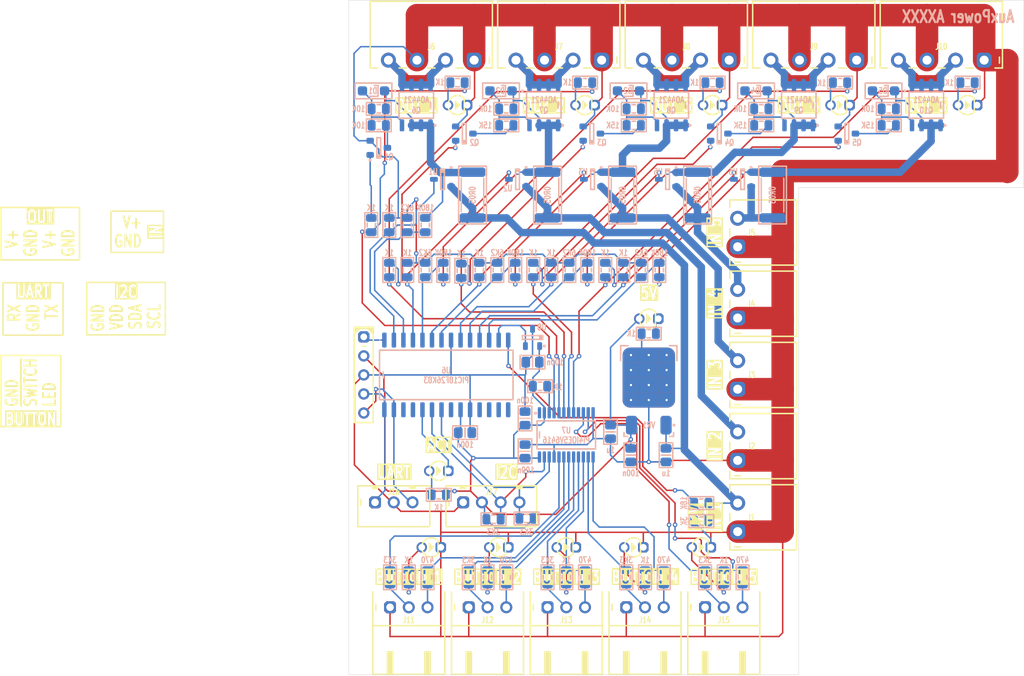
<source format=kicad_pcb>
(kicad_pcb (version 20240108) (generator "pcbnew") (generator_version "8.0")
  (layers (0 "F.Cu" signal) (31 "B.Cu" signal) (34 "B.Paste" user) (35 "F.Paste" user) (36 "B.SilkS" user "B.Silkscreen") (37 "F.SilkS" user "F.Silkscreen") (38 "B.Mask" user) (39 "F.Mask" user) (44 "Edge.Cuts" user))
  (net 0 "")
  (net 1 "GND")
  (net 2 "GATE1")
  (net 3 "GATE2")
  (net 4 "GATE5")
  (net 5 "GATE4")
  (net 6 "GATE3")
  (net 7 "COLLECTOR1")
  (net 8 "COLLECTOR5")
  (net 9 "COLLECTOR4")
  (net 10 "COLLECTOR3")
  (net 11 "COLLECTOR2")
  (net 12 "LED_BUTTON_INT_1")
  (net 13 "LED_BUTTON_INT_2")
  (net 14 "LED_BUTTON_INT_3")
  (net 15 "LED_BUTTON_INT_4")
  (net 16 "LED_BUTTON_INT_5")
  (net 17 "LED_OUT_1")
  (net 18 "LED_OUT_2")
  (net 19 "LED_OUT_3")
  (net 20 "LED_OUT_4")
  (net 21 "LED_OUT_5")
  (net 22 "BASE5")
  (net 23 "BASE4")
  (net 24 "BASE3")
  (net 25 "BASE2")
  (net 26 "BASE1")
  (net 27 "OUT_OUTPUT4")
  (net 28 "OUTPUT3")
  (net 29 "OUT_OUTPUT5")
  (net 30 "OUTPUT4")
  (net 31 "OUTPUT5")
  (net 32 "OUTPUT2")
  (net 33 "OUTPUT1")
  (net 34 "OUT_OUTPUT3")
  (net 35 "OUT_OUTPUT2")
  (net 36 "OUT_OUTPUT1")
  (net 37 "INPUT1")
  (net 38 "INPUT1'")
  (net 39 "INPUT2'")
  (net 40 "INPUT2")
  (net 41 "INPUT3")
  (net 42 "INPUT3'")
  (net 43 "INPUT4")
  (net 44 "INPUT4'")
  (net 45 "INPUT5")
  (net 46 "INPUT5'")
  (net 47 "BUTTON2_SWITCH")
  (net 48 "BUTTON2_LED")
  (net 49 "BUTTON1_LED")
  (net 50 "BUTTON1_SWITCH")
  (net 51 "IN_BUTTON1_SWITCH")
  (net 52 "OUT_BUTTON1_LED")
  (net 53 "OUT_BUTTON2_LED")
  (net 54 "IN_BUTTON2_SWITCH")
  (net 55 "BUTTON3_SWITCH")
  (net 56 "BUTTON3_LED")
  (net 57 "BUTTON4_SWITCH")
  (net 58 "BUTTON4_LED")
  (net 59 "BUTTON5_SWITCH")
  (net 60 "BUTTON5_LED")
  (net 61 "IN_BUTTON3_SWITCH")
  (net 62 "IN_BUTTON5_SWITCH")
  (net 63 "IN_BUTTON4_SWITCH")
  (net 64 "ADC_CURRENT5")
  (net 65 "ADC_VOLTAGE5")
  (net 66 "ADC_VOLTAGE1")
  (net 67 "ADC_CURRENT1")
  (net 68 "ADC_VOLTAGE4")
  (net 69 "ADC_VOLTAGE2")
  (net 70 "ADC_CURRENT2")
  (net 71 "ADC_CURRENT3")
  (net 72 "ADC_VOLTAGE3")
  (net 73 "ADC_CURRENT4")
  (net 74 "ADC_VOLTAGE_IN")
  (net 75 "5V")
  (net 76 "I2C_SCL")
  (net 77 "I2C_SDA")
  (net 78 "ICSP_VPP")
  (net 79 "UART_RX ICSP_DAT")
  (net 80 "UART_TX ICSP_CLK")
  (net 81 "ADC_TEMPERATURE")
  (net 82 "LED_POWER")
  (net 83 "LED_ACTIVITY")
  (net 84 "OUT_ACTIVITY")
  (net 85 "EXPANDER_RESET")
  (net 86 "OUT_BUTTON3_LED")
  (net 87 "OUT_BUTTON4_LED")
  (net 88 "OUT_BUTTON5_LED")
  (footprint "Medo64:DS (D3.0)" (layer "F.Cu") (at 80.5 29 180)
    (property "Reference" "DS9" (hide yes))
    (property "Value" "LED" (hide yes))
  )
  (footprint "Medo64:J Phoenix MC (4w)" (layer "F.Cu") (at 43 23 180)
    (property "Reference" "J7")
    (property "Value" "MC 1,5/4")
  )
  (footprint "Medo64:DS (D3.0)" (layer "F.Cu") (at 44 88 180)
    (property "Reference" "DS3" (hide yes))
    (property "Value" "LED" (hide yes))
  )
  (footprint "Medo64:J Phoenix MC (4w)" (layer "F.Cu") (at 94 23 180)
    (property "Reference" "J10")
    (property "Value" "MC 1,5/4")
  )
  (footprint "Medo64:DS (D3.0)" (layer "F.Cu") (at 62 88 180)
    (property "Reference" "DS5" (hide yes))
    (property "Value" "LED" (hide yes))
  )
  (footprint "Medo64:J Phoenix MC (4w)" (layer "F.Cu") (at 60 23 180)
    (property "Reference" "J8")
    (property "Value" "MC 1,5/4")
  )
  (footprint "Medo64:DS (D3.0)" (layer "F.Cu") (at 27 77.8 180)
    (property "Reference" "DS12" (hide yes))
    (property "Value" "LED" (hide yes))
  )
  (footprint "Medo64:ICSP PIC Pogo (5w)" (layer "F.Cu") (at 17 65 -90)
    (property "Reference" "ICSP" (hide yes))
    (property "Value" "Microchip PIC" (hide yes))
  )
  (footprint "Medo64:DS (D3.0)" (layer "F.Cu") (at 63.5 29 180)
    (property "Reference" "DS8" (hide yes))
    (property "Value" "LED" (hide yes))
  )
  (footprint "Medo64:J Phoenix MC (2w)" (layer "F.Cu") (at 66.85 65 90)
    (property "Reference" "J3")
    (property "Value" "MC 1,5/2")
  )
  (footprint "Medo64:J JST XH S (3w)" (layer "F.Cu") (at 33.5 96)
    (property "Reference" "J12")
    (property "Value" "S3B-XH-A")
  )
  (footprint "Medo64:J JST XH S (3w)" (layer "F.Cu") (at 54.5 96)
    (property "Reference" "J14")
    (property "Value" "S3B-XH-A")
  )
  (footprint "Medo64:DS (D3.0)" (layer "F.Cu") (at 26 88 180)
    (property "Reference" "DS1" (hide yes))
    (property "Value" "LED" (hide yes))
  )
  (footprint "Medo64:J Phoenix MC (4w)" (layer "F.Cu") (at 77 23 180)
    (property "Reference" "J9")
    (property "Value" "MC 1,5/4")
  )
  (footprint "Medo64:DS (D3.0)" (layer "F.Cu") (at 35 88 180)
    (property "Reference" "DS2" (hide yes))
    (property "Value" "LED" (hide yes))
  )
  (footprint "Medo64:J JST XH B [I2C] (4w)" (layer "F.Cu") (at 34 82)
    (property "Reference" "J17")
    (property "Value" "B4B-XH-A")
  )
  (footprint "Medo64:DS (D3.0)" (layer "F.Cu") (at 29.5 29 180)
    (property "Reference" "DS6" (hide yes))
    (property "Value" "LED" (hide yes))
  )
  (footprint "Medo64:J JST XH S (3w)" (layer "F.Cu") (at 44 96)
    (property "Reference" "J13")
    (property "Value" "S3B-XH-A")
  )
  (footprint "Medo64:J JST XH S (3w)" (layer "F.Cu") (at 65 96)
    (property "Reference" "J15")
    (property "Value" "S3B-XH-A")
  )
  (footprint "Medo64:DS (D3.0)" (layer "F.Cu") (at 97.5 29 180)
    (property "Reference" "DS10" (hide yes))
    (property "Value" "LED" (hide yes))
  )
  (footprint "Medo64:DS (D3.0)" (layer "F.Cu") (at 46.5 29 180)
    (property "Reference" "DS7" (hide yes))
    (property "Value" "LED" (hide yes))
  )
  (footprint "Medo64:J Phoenix MC (2w)" (layer "F.Cu") (at 66.85 74.5 90)
    (property "Reference" "J2")
    (property "Value" "MC 1,5/2")
  )
  (footprint "Medo64:DS (D3.0)" (layer "F.Cu") (at 55 57.5 180)
    (property "Reference" "DS11" (hide yes))
    (property "Value" "LED" (hide yes))
  )
  (footprint "Medo64:J JST XH S (3w)" (layer "F.Cu") (at 23 96)
    (property "Reference" "J11")
    (property "Value" "S3B-XH-A")
  )
  (footprint "Medo64:DS (D3.0)" (layer "F.Cu") (at 53 88 180)
    (property "Reference" "DS4" (hide yes))
    (property "Value" "LED" (hide yes))
  )
  (footprint "Medo64:J Phoenix MC (2w)" (layer "F.Cu") (at 66.85 46 90)
    (property "Reference" "J5")
    (property "Value" "MC 1,5/2")
  )
  (footprint "Medo64:J Phoenix MC (2w)" (layer "F.Cu") (at 66.85 84 90)
    (property "Reference" "J1")
    (property "Value" "MC 1,5/2")
  )
  (footprint "Medo64:J Phoenix MC (2w)" (layer "F.Cu") (at 66.85 55.5 90)
    (property "Reference" "J4")
    (property "Value" "MC 1,5/2")
  )
  (footprint "Medo64:J JST XH B [UART] (3w)" (layer "F.Cu") (at 21 82)
    (property "Reference" "J16")
    (property "Value" "B3B-XH-A")
  )
  (footprint "Medo64:J Phoenix MC (4w)" (layer "F.Cu") (at 26 23 180)
    (property "Reference" "J6")
    (property "Value" "MC 1,5/4")
  )
  (footprint "Medo64:C (0805)" (layer "B.Cu") (at 57.3 75.7 90)
    (property "Reference" "C7" (hide yes))
    (property "Value" "1u")
  )
  (footprint "Medo64:R (0805)" (layer "B.Cu") (at 63.5 26)
    (property "Reference" "R23" (hide yes))
    (property "Value" "1K")
  )
  (footprint "Medo64:U Current Monitor [ZXCT1009] (SOT23-3)" (layer "B.Cu") (at 27.5 38.9 -90)
    (property "Reference" "U1")
    (property "Value" "ZXCT1009" (hide yes))
  )
  (footprint "Medo64:C (0805)" (layer "B.Cu") (at 52.6 75.7 90)
    (property "Reference" "C1" (hide yes))
    (property "Value" "100n")
  )
  (footprint "Medo64:R (0805)" (layer "B.Cu") (at 34.8 51 90)
    (property "Reference" "R44" (hide yes))
    (property "Value" "6K2")
  )
  (footprint "Medo64:R (2512)" (layer "B.Cu") (at 71.5 41 90)
    (property "Reference" "R5" (hide yes))
    (property "Value" "0R05")
  )
  (footprint "Medo64:R (0805)" (layer "B.Cu") (at 70 29.5 180)
    (property "Reference" "R51" (hide yes))
    (property "Value" "10K")
  )
  (footprint "Medo64:R (0805)" (layer "B.Cu") (at 57 92 90)
    (property "Reference" "R9" (hide yes))
    (property "Value" "470")
  )
  (footprint "Medo64:Q Transistor NPN (SOT23-3)" (layer "B.Cu") (at 47.4 32.8 90)
    (property "Reference" "Q3")
    (property "Value" "BC846B,235" (hide yes))
  )
  (footprint "Medo64:Q Transistor NPN (SOT23-3)" (layer "B.Cu") (at 64.4 32.8 90)
    (property "Reference" "Q4")
    (property "Value" "BC846B,235" (hide yes))
  )
  (footprint "Medo64:R (0805)" (layer "B.Cu") (at 25.5 92 90)
    (property "Reference" "R6" (hide yes))
    (property "Value" "470")
  )
  (footprint "Medo64:R (0805)" (layer "B.Cu") (at 32.4 51 90)
    (property "Reference" "R18" (hide yes))
    (property "Value" "1K")
  )
  (footprint "Medo64:R (0805)" (layer "B.Cu") (at 56.4 51 90)
    (property "Reference" "R62" (hide yes))
    (property "Value" "180K")
  )
  (footprint "Medo64:R (0805)" (layer "B.Cu") (at 18 45 -90)
    (property "Reference" "R11" (hide yes))
    (property "Value" "1K")
  )
  (footprint "Medo64:R (0805)" (layer "B.Cu") (at 19 29.5 180)
    (property "Reference" "R47" (hide yes))
    (property "Value" "10K")
  )
  (footprint "Medo64:R (0805)" (layer "B.Cu") (at 20.4 51 90)
    (property "Reference" "R12" (hide yes))
    (property "Value" "1K")
  )
  (footprint "Medo64:Q MOSFET-P (SO-8)" (layer "B.Cu") (at 41 29 90)
    (property "Reference" "Q7")
    (property "Value" "AO4421")
  )
  (footprint "Medo64:R (0805)" (layer "B.Cu") (at 25.2 45 90)
    (property "Reference" "R58" (hide yes))
    (property "Value" "180K")
  )
  (footprint "Medo64:R (0805)" (layer "B.Cu") (at 23 92 90)
    (property "Reference" "R26" (hide yes))
    (property "Value" "1K")
  )
  (footprint "Medo64:R (2512)" (layer "B.Cu") (at 41.5 41 90)
    (property "Reference" "R2" (hide yes))
    (property "Value" "0R05")
  )
  (footprint "Medo64:R (2512)" (layer "B.Cu") (at 31.5 41 90)
    (property "Reference" "R1" (hide yes))
    (property "Value" "0R05")
  )
  (footprint "Medo64:R (0805)" (layer "B.Cu") (at 20.4 45 90)
    (property "Reference" "R16" (hide yes))
    (property "Value" "1K")
  )
  (footprint "Medo64:D Zener (SOD123FL)" (layer "B.Cu") (at 18.3 27.1 180)
    (property "Reference" "D1")
    (property "Value" "BZT52C12" (hide yes))
  )
  (footprint "Medo64:Q MOSFET-P (SO-8)" (layer "B.Cu") (at 24 29 90)
    (property "Reference" "Q6")
    (property "Value" "AO4421")
  )
  (footprint "Medo64:R (0805)" (layer "B.Cu") (at 51.6 51 90)
    (property "Reference" "R20" (hide yes))
    (property "Value" "1K")
  )
  (footprint "Medo64:D Zener (SOD123FL)" (layer "B.Cu") (at 86.3 27.1 180)
    (property "Reference" "D5")
    (property "Value" "BZT52C12" (hide yes))
  )
  (footprint "Medo64:R (0805)" (layer "B.Cu") (at 27.6 51 90)
    (property "Reference" "R59" (hide yes))
    (property "Value" "180K")
  )
  (footprint "Medo64:R (2512)" (layer "B.Cu") (at 61.5 41 90)
    (property "Reference" "R4" (hide yes))
    (property "Value" "0R05")
  )
  (footprint "Medo64:Q MOSFET-P (SO-8)" (layer "B.Cu") (at 75 29 90)
    (property "Reference" "Q9")
    (property "Value" "AO4421")
  )
  (footprint "Medo64:R (0805)" (layer "B.Cu") (at 44.4 51 90)
    (property "Reference" "R45" (hide yes))
    (property "Value" "6K2")
  )
  (footprint "Medo64:D Zener (SOD123FL)" (layer "B.Cu") (at 52.3 27.1 180)
    (property "Reference" "D2")
    (property "Value" "BZT52C12" (hide yes))
  )
  (footprint "Medo64:R (0805)" (layer "B.Cu") (at 42 51 90)
    (property "Reference" "R19" (hide yes))
    (property "Value" "1K")
  )
  (footprint "Medo64:R (0805)" (layer "B.Cu") (at 46.5 92 90)
    (property "Reference" "R8" (hide yes))
    (property "Value" "470")
  )
  (footprint "Medo64:Q MOSFET-P (SO-8)" (layer "B.Cu") (at 92 29 90)
    (property "Reference" "Q10")
    (property "Value" "AO4421")
  )
  (footprint "Medo64:R (0805)" (layer "B.Cu") (at 40.5 66.5 180)
    (property "Reference" "R33" (hide yes))
    (property "Value" "1K")
  )
  (footprint "Medo64:R (0805)" (layer "B.Cu") (at 44 92 90)
    (property "Reference" "R28" (hide yes))
    (property "Value" "1K")
  )
  (footprint "Medo64:R (0805)" (layer "B.Cu") (at 33.5 92 90)
    (property "Reference" "R27" (hide yes))
    (property "Value" "1K")
  )
  (footprint "Medo64:VR Linear 5V 1000mA [AS7805ADTR-G1] (TO252-2')" (layer "B.Cu") (at 55 71.7 180)
    (property "Reference" "VR1")
    (property "Value" "AS7805ADTR" (hide yes))
  )
  (footprint "Medo64:R (0805)" (layer "B.Cu") (at 20.5 92 90)
    (property "Reference" "R35" (hide yes))
    (property "Value" "3K3")
  )
  (footprint "Medo64:R (0805)" (layer "B.Cu") (at 36 31.7 180)
    (property "Reference" "R53" (hide yes))
    (property "Value" "15K")
  )
  (footprint "Medo64:R (0805)" (layer "B.Cu") (at 38.7 84.15)
    (property "Reference" "R41" (hide yes))
    (property "Value" "3K3")
  )
  (footprint "Medo64:R (0805)" (layer "B.Cu") (at 34.3 84.25 180)
    (property "Reference" "R40" (hide yes))
    (property "Value" "3K3")
  )
  (footprint "Medo64:U Micro [PIC18F26K83] (SOIC-28)" (layer "B.Cu") (at 28 65 -90)
    (property "Reference" "U6")
    (property "Value" "PIC18F26K83")
  )
  (footprint "Medo64:R (0805)" (layer "B.Cu") (at 97.5 26)
    (property "Reference" "R25" (hide yes))
    (property "Value" "1K")
  )
  (footprint "Medo64:R (0805)" (layer "B.Cu") (at 29.5 26)
    (property "Reference" "R21" (hide yes))
    (property "Value" "1K")
  )
  (footprint "Medo64:C (0805)" (layer "B.Cu") (at 30.5 72.7)
    (property "Reference" "C5" (hide yes))
    (property "Value" "100n")
  )
  (footprint "Medo64:R (0805)" (layer "B.Cu") (at 36 92 90)
    (property "Reference" "R7" (hide yes))
    (property "Value" "470")
  )
  (footprint "Medo64:C (0805)" (layer "B.Cu") (at 38.5 75.2 90)
    (property "Reference" "C2" (hide yes))
    (property "Value" "100n")
  )
  (footprint "Medo64:R (0805)" (layer "B.Cu") (at 70 31.7 180)
    (property "Reference" "R55" (hide yes))
    (property "Value" "15K")
  )
  (footprint "Medo64:D Zener (SOD123FL)" (layer "B.Cu") (at 69.3 27.1 180)
    (property "Reference" "D4")
    (property "Value" "BZT52C12" (hide yes))
  )
  (footprint "Medo64:U Expander I2C [PI4IOE5V6416LEX] (TSSOP-24)" (layer "B.Cu") (at 44 73 -90)
    (property "Reference" "U7")
    (property "Value" "PI4IOE5V6416")
  )
  (footprint "Medo64:R (0805)" (layer "B.Cu") (at 87 31.7 180)
    (property "Reference" "R56" (hide yes))
    (property "Value" "15K")
  )
  (footprint "Medo64:C (0805)" (layer "B.Cu") (at 38.5 70.8 90)
    (property "Reference" "C3" (hide yes))
    (property "Value" "100n")
  )
  (footprint "Medo64:R (0805)" (layer "B.Cu") (at 65 92 90)
    (property "Reference" "R30" (hide yes))
    (property "Value" "1K")
  )
  (footprint "Medo64:R (0805)" (layer "B.Cu") (at 36 29.5 180)
    (property "Reference" "R49" (hide yes))
    (property "Value" "10K")
  )
  (footprint "Medo64:R (2512)" (layer "B.Cu") (at 51.5 41 90)
    (property "Reference" "R3" (hide yes))
    (property "Value" "0R05")
  )
  (footprint "Medo64:U Temperature Analog [MCP9701] (SOT23-3)" (layer "B.Cu") (at 39.5 60 180)
    (property "Reference" "U8")
    (property "Value" "MCP9701" (hide yes))
  )
  (footprint "Medo64:R (0805)" (layer "B.Cu") (at 27 81)
    (property "Reference" "R32" (hide yes))
    (property "Value" "1K")
  )
  (footprint "Medo64:R (0805)" (layer "B.Cu") (at 80.5 26)
    (property "Reference" "R24" (hide yes))
    (property "Value" "1K")
  )
  (footprint "Medo64:R (0805)" (layer "B.Cu") (at 54 51 90)
    (property "Reference" "R46" (hide yes))
    (property "Value" "6K2")
  )
  (footprint "Medo64:R (0805)" (layer "B.Cu") (at 52 92 90)
    (property "Reference" "R38" (hide yes))
    (property "Value" "3K3")
  )
  (footprint "Medo64:D Zener (SOD123FL)" (layer "B.Cu") (at 35.3 27.1 180)
    (property "Reference" "D2")
    (property "Value" "BZT52C12" (hide yes))
  )
  (footprint "Medo64:R (0805)" (layer "B.Cu") (at 30 51.1 90)
    (property "Reference" "R13" (hide yes))
    (property "Value" "1K")
  )
  (footprint "Medo64:R (0805)" (layer "B.Cu") (at 31 92 90)
    (property "Reference" "R36" (hide yes))
    (property "Value" "3K3")
  )
  (footprint "Medo64:R (0805)" (layer "B.Cu") (at 22.8 45 90)
    (property "Reference" "R42" (hide yes))
    (property "Value" "6K2")
  )
  (footprint "Medo64:R (0805)" (layer "B.Cu") (at 53 31.7 180)
    (property "Reference" "R54" (hide yes))
    (property "Value" "15K")
  )
  (footprint "Medo64:R (0805)" (layer "B.Cu") (at 39.6 51 90)
    (property "Reference" "R14" (hide yes))
    (property "Value" "1K")
  )
  (footprint "Medo64:R (0805)" (layer "B.Cu") (at 49.2 51 90)
    (property "Reference" "R15" (hide yes))
    (property "Value" "1K")
  )
  (footprint "Medo64:Q Transistor NPN (SOT23-3)" (layer "B.Cu") (at 81.4 32.8 90)
    (property "Reference" "Q5")
    (property "Value" "BC846B,235" (hide yes))
  )
  (footprint "Medo64:R (0805)" (layer "B.Cu") (at 46.8 51 90)
    (property "Reference" "R61" (hide yes))
    (property "Value" "180K")
  )
  (footprint "Medo64:U Current Monitor [ZXCT1009] (SOT23-3)" (layer "B.Cu") (at 57.5 38.9 -90)
    (property "Reference" "U5")
    (property "Value" "ZXCT1009" (hide yes))
  )
  (footprint "Medo64:Q Transistor NPN (SOT23-3)" (layer "B.Cu") (at 30.4 32.8 90)
    (property "Reference" "Q2")
    (property "Value" "BC846B,235" (hide yes))
  )
  (footprint "Medo64:R (0805)" (layer "B.Cu") (at 22.8 51 90)
    (property "Reference" "R17" (hide yes))
    (property "Value" "1K")
  )
  (footprint "Medo64:R (0805)" (layer "B.Cu") (at 19 31.7 180)
    (property "Reference" "R48" (hide yes))
    (property "Value" "10K")
  )
  (footprint "Medo64:R (0805)" (layer "B.Cu") (at 53 29.5 180)
    (property "Reference" "R50" (hide yes))
    (property "Value" "10K")
  )
  (footprint "Medo64:Q Transistor NPN (SOT23-3)" (layer "B.Cu") (at 19 34.7 90)
    (property "Reference" "Q1")
    (property "Value" "BC846B,235" (hide yes))
  )
  (footprint "Medo64:R (0805)" (layer "B.Cu") (at 62 82.1 180)
    (property "Reference" "R57" (hide yes))
    (property "Value" "18K")
  )
  (footprint "Medo64:R (0805)" (layer "B.Cu") (at 37.2 51 90)
    (property "Reference" "R60" (hide yes))
    (property "Value" "180K")
  )
  (footprint "Medo64:C (0805)" (layer "B.Cu") (at 39.5 63.3 180)
    (property "Reference" "C4" (hide yes))
    (property "Value" "100n")
  )
  (footprint "Medo64:U Current Monitor [ZXCT1009] (SOT23-3)" (layer "B.Cu") (at 47.5 38.9 -90)
    (property "Reference" "U3")
    (property "Value" "ZXCT1009" (hide yes))
  )
  (footprint "Medo64:R (0805)" (layer "B.Cu") (at 41.5 92 90)
    (property "Reference" "R37" (hide yes))
    (property "Value" "3K3")
  )
  (footprint "Medo64:R (0805)" (layer "B.Cu") (at 55 59.5)
    (property "Reference" "R31" (hide yes))
    (property "Value" "1K")
  )
  (footprint "Medo64:R (0805)" (layer "B.Cu") (at 62 84.5 180)
    (property "Reference" "R34" (hide yes))
    (property "Value" "3K")
  )
  (footprint "Medo64:R (0805)" (layer "B.Cu") (at 62.5 92 90)
    (property "Reference" "R39" (hide yes))
    (property "Value" "3K3")
  )
  (footprint "Medo64:R (0805)" (layer "B.Cu") (at 54.5 92 90)
    (property "Reference" "R29" (hide yes))
    (property "Value" "1K")
  )
  (footprint "Medo64:R (0805)" (layer "B.Cu") (at 67.5 92 90)
    (property "Reference" "R10" (hide yes))
    (property "Value" "470")
  )
  (footprint "Medo64:Q MOSFET-P (SO-8)" (layer "B.Cu") (at 58 29 90)
    (property "Reference" "Q8")
    (property "Value" "AO4421")
  )
  (footprint "Medo64:U Current Monitor [ZXCT1009] (SOT23-3)" (layer "B.Cu") (at 37.5 38.9 -90)
    (property "Reference" "U2")
    (property "Value" "ZXCT1009" (hide yes))
  )
  (footprint "Medo64:R (0805)" (layer "B.Cu") (at 25.2 51 90)
    (property "Reference" "R43" (hide yes))
    (property "Value" "6K2")
  )
  (footprint "Medo64:R (0805)" (layer "B.Cu") (at 87 29.5 180)
    (property "Reference" "R52" (hide yes))
    (property "Value" "10K")
  )
  (footprint "Medo64:R (0805)" (layer "B.Cu") (at 46.5 26)
    (property "Reference" "R22" (hide yes))
    (property "Value" "1K")
  )
  (footprint "Medo64:C (0805)" (layer "B.Cu") (at 49.9 72.6 90)
    (property "Reference" "C6" (hide yes))
    (property "Value" "1u")
  )
  (footprint "Medo64:U Current Monitor [ZXCT1009] (SOT23-3)" (layer "B.Cu") (at 67.5 38.9 -90)
    (property "Reference" "U5")
    (property "Value" "ZXCT1009" (hide yes))
  )
  (gr_rect (start -19.95 52.65) (end -9.45 59.65) (stroke (width 0.2)) (fill none) (layer "F.SilkS"))
  (gr_rect (start -31.4 42.65) (end -20.9 49.65) (stroke (width 0.2)) (fill none) (layer "F.SilkS"))
  (gr_rect (start -16.7 43.15) (end -9.7 48.65) (stroke (width 0.2)) (fill none) (layer "F.SilkS"))
  (gr_rect (start -31.4 62.4) (end -23.4 71.9) (stroke (width 0.2)) (fill none) (layer "F.SilkS"))
  (gr_rect (start -31.1 52.7) (end -23.1 59.7) (stroke (width 0.2)) (fill none) (layer "F.SilkS"))
  (gr_line (start 75 40) (end 75 105) (stroke (width 0.05)) (layer "Edge.Cuts"))
  (gr_line (start 105 15) (end 105 40) (stroke (width 0.05)) (layer "Edge.Cuts"))
  (gr_line (start 15 15) (end 15 105) (stroke (width 0.05)) (layer "Edge.Cuts"))
  (gr_line (start 15 105) (end 75 105) (stroke (width 0.05)) (layer "Edge.Cuts"))
  (gr_line (start 15 15) (end 105 15) (stroke (width 0.05)) (layer "Edge.Cuts"))
  (gr_line (start 75 40) (end 105 40) (stroke (width 0.05)) (layer "Edge.Cuts"))
  (gr_text "AuxPower AXXXX" (at 103.9 17.2 0) (layer "B.SilkS") (effects (font (size 1.6 1.2) (thickness 0.3) (bold yes)) (justify left mirror)))
  (gr_text "OUT 5" (at 92 29.1 0) (layer "F.SilkS" knockout) (effects (font (size 1.6 1.2) (thickness 0.25) (bold yes))))
  (gr_text "GND" (at -18.45 55.4 90) (layer "F.SilkS") (effects (font (size 1.6 1.2) (thickness 0.25) (bold yes)) (justify right)))
  (gr_text "LED" (at -24.9 69.4 90) (layer "F.SilkS") (effects (font (size 1.6 1.2) (thickness 0.25) (bold yes)) (justify left)))
  (gr_text "SDA" (at -13.45 55.4 90) (layer "F.SilkS") (effects (font (size 1.6 1.2) (thickness 0.25) (bold yes)) (justify right)))
  (gr_text "V+" (at -29.9 45.4 90) (layer "F.SilkS") (effects (font (size 1.6 1.2) (thickness 0.25) (bold yes)) (justify right)))
  (gr_text "IN 2" (at 63.85 74.5 90) (layer "F.SilkS" knockout) (effects (font (size 1.6 1.2) (thickness 0.25) (bold yes))))
  (gr_text "~{SWITCH}" (at -27.4 69.4 90) (layer "F.SilkS") (effects (font (size 1.6 1.2) (thickness 0.25) (bold yes)) (justify left)))
  (gr_text "BUTTON 4" (at 54.5 92 0) (layer "F.SilkS" knockout) (effects (font (size 1.6 1.2) (thickness 0.25) (bold yes))))
  (gr_text "12V" (at 61.35 84 90) (layer "F.SilkS" knockout) (effects (font (size 1.6 1.2) (thickness 0.25) (bold yes))))
  (gr_text "OUT 4" (at 75 29.1 0) (layer "F.SilkS" knockout) (effects (font (size 1.6 1.2) (thickness 0.25) (bold yes))))
  (gr_text "V+" (at -12.45 44.65 0) (layer "F.SilkS") (effects (font (size 1.6 1.2) (thickness 0.25) (bold yes)) (justify right)))
  (gr_text "GND" (at -27.4 45.4 90) (layer "F.SilkS") (effects (font (size 1.6 1.2) (thickness 0.25) (bold yes)) (justify right)))
  (gr_text "TX" (at -24.6 55.4 90) (layer "F.SilkS") (effects (font (size 1.6 1.2) (thickness 0.25) (bold yes)) (justify right)))
  (gr_text "BUTTON 1" (at 23 92 0) (layer "F.SilkS" knockout) (effects (font (size 1.6 1.2) (thickness 0.25) (bold yes))))
  (gr_text "OUT" (at -26.15 43.9 0) (layer "F.SilkS" knockout) (effects (font (size 1.6 1.2) (thickness 0.25) (bold yes))))
  (gr_text "GND" (at -22.4 45.4 90) (layer "F.SilkS") (effects (font (size 1.6 1.2) (thickness 0.25) (bold yes)) (justify right)))
  (gr_text "OUT 3" (at 58 29.1 0) (layer "F.SilkS" knockout) (effects (font (size 1.6 1.2) (thickness 0.25) (bold yes))))
  (gr_text "UART" (at -27.1 53.9 0) (layer "F.SilkS" knockout) (effects (font (size 1.6 1.2) (thickness 0.25) (bold yes))))
  (gr_text "BUTTON 3" (at 44 92 0) (layer "F.SilkS" knockout) (effects (font (size 1.6 1.2) (thickness 0.25) (bold yes))))
  (gr_text "OUT 2" (at 41 29.1 0) (layer "F.SilkS" knockout) (effects (font (size 1.6 1.2) (thickness 0.25) (bold yes))))
  (gr_text "UART" (at 21 78 0) (layer "F.SilkS" knockout) (effects (font (size 1.6 1.2) (thickness 0.25) (bold yes))))
  (gr_text "BUTTON" (at -27.4 70.9 0) (layer "F.SilkS" knockout) (effects (font (size 1.6 1.2) (thickness 0.25) (bold yes))))
  (gr_text "IN 5" (at 63.85 46 90) (layer "F.SilkS" knockout) (effects (font (size 1.6 1.2) (thickness 0.25) (bold yes))))
  (gr_text "GND" (at -12.45 47.15 0) (layer "F.SilkS") (effects (font (size 1.6 1.2) (thickness 0.25) (bold yes)) (justify right)))
  (gr_text "ACT" (at 27 74.4 0) (layer "F.SilkS" knockout) (effects (font (size 1.6 1.2) (thickness 0.25) (bold yes))))
  (gr_text "OUT 1" (at 24 29.1 0) (layer "F.SilkS" knockout) (effects (font (size 1.6 1.2) (thickness 0.25) (bold yes))))
  (gr_text "IN" (at -10.7 45.9 90) (layer "F.SilkS" knockout) (effects (font (size 1.6 1.2) (thickness 0.25) (bold yes))))
  (gr_text "IN 3" (at 63.85 65 90) (layer "F.SilkS" knockout) (effects (font (size 1.6 1.2) (thickness 0.25) (bold yes))))
  (gr_text "IN 4" (at 63.85 55.5 90) (layer "F.SilkS" knockout) (effects (font (size 1.6 1.2) (thickness 0.25) (bold yes))))
  (gr_text "GND" (at -27.1 55.4 90) (layer "F.SilkS") (effects (font (size 1.6 1.2) (thickness 0.25) (bold yes)) (justify right)))
  (gr_text "SCL" (at -10.95 55.4 90) (layer "F.SilkS") (effects (font (size 1.6 1.2) (thickness 0.25) (bold yes)) (justify right)))
  (gr_text "BUTTON 5" (at 65 92 0) (layer "F.SilkS" knockout) (effects (font (size 1.6 1.2) (thickness 0.25) (bold yes))))
  (gr_text "5V" (at 55 54.1 0) (layer "F.SilkS" knockout) (effects (font (size 1.6 1.2) (thickness 0.25) (bold yes))))
  (gr_text "BUTTON 2" (at 33.5 92 0) (layer "F.SilkS" knockout) (effects (font (size 1.6 1.2) (thickness 0.25) (bold yes))))
  (gr_text "I2C" (at 36 78 0) (layer "F.SilkS" knockout) (effects (font (size 1.6 1.2) (thickness 0.25) (bold yes))))
  (gr_text "VDD" (at -15.95 55.4 90) (layer "F.SilkS") (effects (font (size 1.6 1.2) (thickness 0.25) (bold yes)) (justify right)))
  (gr_text "RX" (at -29.6 55.4 90) (layer "F.SilkS") (effects (font (size 1.6 1.2) (thickness 0.25) (bold yes)) (justify right)))
  (gr_text "I2C" (at -14.7 53.9 0) (layer "F.SilkS" knockout) (effects (font (size 1.6 1.2) (thickness 0.25) (bold yes))))
  (gr_text "IN 1" (at 63.85 84 90) (layer "F.SilkS" knockout) (effects (font (size 1.6 1.2) (thickness 0.25) (bold yes))))
  (gr_text "GND" (at -29.9 69.4 90) (layer "F.SilkS") (effects (font (size 1.6 1.2) (thickness 0.25) (bold yes)) (justify left)))
  (gr_text "V+" (at -24.9 45.4 90) (layer "F.SilkS") (effects (font (size 1.6 1.2) (thickness 0.25) (bold yes)) (justify right)))
  (segment (start 72.85 66.905) (end 72.85 57.405) (width 3) (layer "F.Cu") (net 1))
  (segment (start 63.27 86) (end 66.755 86) (width 0.2) (layer "F.Cu") (net 1))
  (segment (start 66.85 76.405) (end 58.095 76.405) (width 0.2) (layer "F.Cu") (net 1))
  (segment (start 31.715 17) (end 31.715 23) (width 3) (layer "F.Cu") (net 1))
  (segment (start 99.715 23) (end 102.8 23) (width 3) (layer "F.Cu") (net 1))
  (segment (start 27.27 86) (end 27.27 83.23) (width 0.2) (layer "F.Cu") (net 1))
  (segment (start 72.85 57.405) (end 66.85 57.405) (width 3) (layer "F.Cu") (net 1))
  (segment (start 41.5 99.9) (end 52 99.9) (width 0.2) (layer "F.Cu") (net 1))
  (segment (start 27.25 99.9) (end 31 99.9) (width 0.2) (layer "F.Cu") (net 1))
  (segment (start 54.27 86) (end 54.27 88) (width 0.2) (layer "F.Cu") (net 1))
  (segment (start 72.85 76.405) (end 72.85 85.905) (width 3) (layer "F.Cu") (net 1))
  (segment (start 27.27 88) (end 27.27 99.88) (width 0.2) (layer "F.Cu") (net 1))
  (segment (start 64.77 29) (end 65.77 28) (width 0.2) (layer "F.Cu") (net 1))
  (segment (start 58.095 17) (end 58.095 23) (width 3) (layer "F.Cu") (net 1))
  (segment (start 36.27 86) (end 27.27 86) (width 0.2) (layer "F.Cu") (net 1))
  (segment (start 92.095 17) (end 82.715 17) (width 3) (layer "F.Cu") (net 1))
  (segment (start 48.77 28) (end 48.77 23.055) (width 0.2) (layer "F.Cu") (net 1))
  (segment (start 72.85 85.905) (end 66.85 85.905) (width 3) (layer "F.Cu") (net 1))
  (segment (start 45.27 86) (end 45.27 88) (width 0.2) (layer "F.Cu") (net 1))
  (segment (start 27.3 83.2) (end 29.05 83.2) (width 0.2) (layer "F.Cu") (net 1))
  (segment (start 81.77 29) (end 82.77 28) (width 0.2) (layer "F.Cu") (net 1))
  (segment (start 41.5 99.9) (end 41.5 96) (width 0.2) (layer "F.Cu") (net 1))
  (segment (start 15.75 77) (end 21.95 83.2) (width 0.2) (layer "F.Cu") (net 1))
  (segment (start 75.095 17) (end 65.715 17) (width 3) (layer "F.Cu") (net 1))
  (segment (start 36.27 88) (end 36.27 86) (width 0.2) (layer "F.Cu") (net 1))
  (segment (start 102.7 37.8) (end 72.8 37.8) (width 3) (layer "F.Cu") (net 1))
  (segment (start 48.715 17) (end 48.715 23) (width 3) (layer "F.Cu") (net 1))
  (segment (start 82.715 17) (end 82.715 23) (width 3) (layer "F.Cu") (net 1))
  (segment (start 21.95 83.2) (end 27.3 83.2) (width 0.2) (layer "F.Cu") (net 1))
  (segment (start 58.095 17) (end 48.715 17) (width 3) (layer "F.Cu") (net 1))
  (segment (start 98.77 29) (end 99.77 28) (width 0.2) (layer "F.Cu") (net 1))
  (segment (start 66.85 76.405) (end 72.85 76.405) (width 3) (layer "F.Cu") (net 1))
  (segment (start 20.5 99.9) (end 27.25 99.9) (width 0.2) (layer "F.Cu") (net 1))
  (segment (start 27.27 99.88) (end 27.25 99.9) (width 0.2) (layer "F.Cu") (net 1))
  (segment (start 31 99.9) (end 31 96) (width 0.2) (layer "F.Cu") (net 1))
  (segment (start 24.095 17) (end 24.095 23) (width 3) (layer "F.Cu") (net 1))
  (segment (start 52 99.9) (end 62.5 99.9) (width 0.2) (layer "F.Cu") (net 1))
  (segment (start 29.05 83.2) (end 30.25 82) (width 0.2) (layer "F.Cu") (net 1))
  (segment (start 20.5 96) (end 20.5 99.9) (width 0.2) (layer "F.Cu") (net 1))
  (segment (start 72.85 66.905) (end 66.85 66.905) (width 3) (layer "F.Cu") (net 1))
  (segment (start 41.095 17) (end 41.095 23) (width 3) (layer "F.Cu") (net 1))
  (segment (start 36.27 86) (end 45 86) (width 0.2) (layer "F.Cu") (net 1))
  (segment (start 58.095 76.405) (end 57.9 76.6) (width 0.2) (layer "F.Cu") (net 1))
  (segment (start 27.27 83.23) (end 27.3 83.2) (width 0.2) (layer "F.Cu") (net 1))
  (segment (start 31.77 28) (end 31.77 23.055) (width 0.2) (layer "F.Cu") (net 1))
  (segment (start 75.095 17) (end 75.095 23) (width 3) (layer "F.Cu") (net 1))
  (segment (start 99.715 23) (end 99.715 17) (width 3) (layer "F.Cu") (net 1))
  (segment (start 41.095 17) (end 31.715 17) (width 3) (layer "F.Cu") (net 1))
  (segment (start 31.715 17) (end 24.095 17) (width 3) (layer "F.Cu") (net 1))
  (segment (start 31 99.9) (end 41.5 99.9) (width 0.2) (layer "F.Cu") (net 1))
  (segment (start 72.85 57.8) (end 72.85 47.905) (width 3) (layer "F.Cu") (net 1))
  (segment (start 72.85 37.85) (end 72.85 47.905) (width 3) (layer "F.Cu") (net 1))
  (segment (start 82.715 17) (end 75.095 17) (width 3) (layer "F.Cu") (net 1))
  (segment (start 62.5 99.9) (end 72.35 99.9) (width 0.2) (layer "F.Cu") (net 1))
  (segment (start 82.77 28) (end 82.77 23.055) (width 0.2) (layer "F.Cu") (net 1))
  (segment (start 65.715 17) (end 65.715 23) (width 3) (layer "F.Cu") (net 1))
  (segment (start 65.77 28) (end 65.77 23.055) (width 0.2) (layer "F.Cu") (net 1))
  (segment (start 63.27 86) (end 54.27 86) (width 0.2) (layer "F.Cu") (net 1))
  (segment (start 24 48.8) (end 24 41.60001) (width 0.2) (layer "F.Cu") (net 1))
  (segment (start 72.85 47.905) (end 66.85 47.905) (width 3) (layer "F.Cu") (net 1))
  (segment (start 27.27 86) (end 27.27 88) (width 0.2) (layer "F.Cu") (net 1))
  (segment (start 52 99.9) (end 52 96) (width 0.2) (layer "F.Cu") (net 1))
  (segment (start 72.8 37.8) (end 72.85 37.85) (width 3) (layer "F.Cu") (net 1))
  (segment (start 17 65) (end 15.75 66.25) (width 0.2) (layer "F.Cu") (net 1))
  (segment (start 63.27 88) (end 63.27 86) (width 0.2) (layer "F.Cu") (net 1))
  (segment (start 30.77 29) (end 31.77 28) (width 0.2) (layer "F.Cu") (net 1))
  (segment (start 72.35 99.9) (end 72.85 99.4) (width 0.2) (layer "F.Cu") (net 1))
  (segment (start 72.85 99.4) (end 72.85 85.905) (width 0.2) (layer "F.Cu") (net 1))
  (segment (start 102.8 37.9) (end 102.7 37.8) (width 3) (layer "F.Cu") (net 1))
  (segment (start 99.77 28) (end 99.77 23.055) (width 0.2) (layer "F.Cu") (net 1))
  (segment (start 99.715 17) (end 92.095 17) (width 3) (layer "F.Cu") (net 1))
  (segment (start 57.9 76.6) (end 55 76.6) (width 0.2) (layer "F.Cu") (net 1))
  (segment (start 47.77 29) (end 48.77 28) (width 0.2) (layer "F.Cu") (net 1))
  (segment (start 45 86) (end 45.27 86) (width 0.2) (layer "F.Cu") (net 1))
  (segment (start 45 86) (end 54.27 86) (width 0.2) (layer "F.Cu") (net 1))
  (segment (start 102.8 23) (end 102.8 37.9) (width 3) (layer "F.Cu") (net 1))
  (segment (start 15.75 66.25) (end 15.75 77) (width 0.2) (layer "F.Cu") (net 1))
  (segment (start 62.5 99.9) (end 62.5 96) (width 0.2) (layer "F.Cu") (net 1))
  (segment (start 65.715 17) (end 58.095 17) (width 3) (layer "F.Cu") (net 1))
  (segment (start 48.715 17) (end 41.095 17) (width 3) (layer "F.Cu") (net 1))
  (segment (start 72.85 76.405) (end 72.85 66.905) (width 3) (layer "F.Cu") (net 1))
  (segment (start 92.095 17) (end 92.095 23) (width 3) (layer "F.Cu") (net 1))
  (via (at 55 76.6) (size 0.6) (drill 0.3) (layers "F.Cu" "B.Cu") (net 1))
  (via (at 24 48.8) (size 0.6) (drill 0.3) (layers "F.Cu" "B.Cu") (net 1))
  (via (at 24 41.60001) (size 0.6) (drill 0.3) (layers "F.Cu" "B.Cu") (net 1))
  (segment (start 64.77 29) (end 64.77 30.33) (width 0.2) (layer "B.Cu") (net 1))
  (segment (start 17.85 33.75) (end 16.35 33.75) (width 0.2) (layer "B.Cu") (net 1))
  (segment (start 63.27 86.87) (end 61.05 84.65) (width 0.2) (layer "B.Cu") (net 1))
  (segment (start 44.4 50.05) (end 42 50.05) (width 0.2) (layer "B.Cu") (net 1))
  (segment (start 38.6 63.3) (end 38.6 64.9) (width 0.2) (layer "B.Cu") (net 1))
  (segment (start 55 64.35) (end 54.05 63.4) (width 0.2) (layer "B.Cu") (net 1))
  (segment (start 24 50.05) (end 25.2 50.05) (width 0.2) (layer "B.Cu") (net 1))
  (segment (start 47.77 29) (end 47.77 30.33) (width 0.2) (layer "B.Cu") (net 1))
  (segment (start 47.575 73.5) (end 47.575 70.05) (width 0.2) (layer "B.Cu") (net 1))
  (segment (start 31.175 69.65) (end 31.175 72.475) (width 0.2) (layer "B.Cu") (net 1))
  (segment (start 54.9 76.6) (end 52.6 76.6) (width 0.2) (layer "B.Cu") (net 1))
  (segment (start 21 35.9) (end 21.6 36.5) (width 0.2) (layer "B.Cu") (net 1))
  (segment (start 17.85 33.75) (end 19 34.9) (width 0.2) (layer "B.Cu") (net 1))
  (segment (start 31.175 69.65) (end 31.175 65.025) (width 0.2) (layer "B.Cu") (net 1))
  (segment (start 30.77 30.33) (end 29.25 31.85) (width 0.2) (layer "B.Cu") (net 1))
  (segment (start 16.6 21.2) (end 22.295 21.2) (width 0.2) (layer "B.Cu") (net 1))
  (segment (start 16.35 33.75) (end 15.7 33.1) (width 0.2) (layer "B.Cu") (net 1))
  (segment (start 42 50.05) (end 40.85 48.9) (width 0.2) (layer "B.Cu") (net 1))
  (segment (start 55 76.5) (end 54.9 76.6) (width 0.2) (layer "B.Cu") (net 1))
  (segment (start 22.295 21.2) (end 24.095 23) (width 0.2) (layer "B.Cu") (net 1))
  (segment (start 57.375 64.35) (end 55 64.35) (width 0.2) (layer "B.Cu") (net 1))
  (segment (start 50.45 48.9) (end 45.55 48.9) (width 0.2) (layer "B.Cu") (net 1))
  (segment (start 81.77 29) (end 81.77 30.33) (width 0.2) (layer "B.Cu") (net 1))
  (segment (start 15.7 22.1) (end 16.6 21.2) (width 0.2) (layer "B.Cu") (net 1))
  (segment (start 49.9 75.7) (end 49.9 73.5) (width 0.2) (layer "B.Cu") (net 1))
  (segment (start 55 64.35) (end 52.625 64.35) (width 0.2) (layer "B.Cu") (net 1))
  (segment (start 38.5 74.3) (end 42.375 74.3) (width 0.2) (layer "B.Cu") (net 1))
  (segment (start 57.3 76.6) (end 54.9 76.6) (width 0.2) (layer "B.Cu") (net 1))
  (segment (start 42.375 74.3) (end 46.775 74.3) (width 0.2) (layer "B.Cu") (net 1))
  (segment (start 31.2 65) (end 38.5 65) (width 0.2) (layer "B.Cu") (net 1))
  (segment (start 81.77 30.33) (end 80.25 31.85) (width 0.2) (layer "B.Cu") (net 1))
  (segment (start 45.55 48.9) (end 44.4 50.05) (width 0.2) (layer "B.Cu") (net 1))
  (segment (start 28.635 60.35) (end 28.635 64.935) (width 0.2) (layer "B.Cu") (net 1))
  (segment (start 54 50.05) (end 51.6 50.05) (width 0.2) (layer "B.Cu") (net 1))
  (segment (start 55 64.35) (end 55 62.35) (width 0.2) (layer "B.Cu") (net 1))
  (segment (start 21.6 44.05) (end 22.8 44.05) (width 0.2) (layer "B.Cu") (net 1))
  (segment (start 32.4 50.05) (end 31.25 48.9) (width 0.2) (layer "B.Cu") (net 1))
  (segment (start 24 50.05) (end 24 48.8) (width 0.2) (layer "B.Cu") (net 1))
  (segment (start 49.9 73.5) (end 47.575 73.5) (width 0.2) (layer "B.Cu") (net 1))
  (segment (start 20.4 44.05) (end 21.6 44.05) (width 0.2) (layer "B.Cu") (net 1))
  (segment (start 17 65) (end 28.7 65) (width 0.2) (layer "B.Cu") (net 1))
  (segment (start 35.95 48.9) (end 34.8 50.05) (width 0.2) (layer "B.Cu") (net 1))
  (segment (start 46.775 74.3) (end 47.575 73.5) (width 0.2) (layer "B.Cu") (net 1))
  (segment (start 21.6 36.5) (end 21.6 44.05) (width 0.2) (layer "B.Cu") (net 1))
  (segment (start 38.5 65) (end 38.5 69.9) (width 0.2) (layer "B.Cu") (net 1))
  (segment (start 28.7 65) (end 31.2 65) (width 0.2) (layer "B.Cu") (net 1))
  (segment (start 26.35 48.9) (end 25.2 50.05) (width 0.2) (layer "B.Cu") (net 1))
  (segment (start 55 68.35) (end 55 66.35) (width 0.2) (layer "B.Cu") (net 1))
  (segment (start 47.77 30.33) (end 46.25 31.85) (width 0.2) (layer "B.Cu") (net 1))
  (segment (start 52.625 66.35) (end 55 66.35) (width 0.2) (layer "B.Cu") (net 1))
  (segment (start 34.8 50.05) (end 32.4 50.05) (width 0.2) (layer "B.Cu") (net 1))
  (segment (start 63.27 88) (end 63.27 86.87) (width 0.2) (layer "B.Cu") (net 1))
  (segment (start 55 68.35) (end 57.375 68.35) (width 0.2) (layer "B.Cu") (net 1))
  (segment (start 39.5 58.85) (end 39.5 62.4) (width 0.2) (layer "B.Cu") (net 1))
  (segment (start 19.5 35.9) (end 21 35.9) (width 0.2) (layer "B.Cu") (net 1))
  (segment (start 55 68.35) (end 52.625 68.35) (width 0.2) (layer "B.Cu") (net 1))
  (segment (start 39.5 62.4) (end 38.6 63.3) (width 0.2) (layer "B.Cu") (net 1))
  (segment (start 51.6 50.05) (end 50.45 48.9) (width 0.2) (layer "B.Cu") (net 1))
  (segment (start 31.175 65.025) (end 31.2 65) (width 0.2) (layer "B.Cu") (net 1))
  (segment (start 15.7 33.1) (end 15.7 22.1) (width 0.2) (layer "B.Cu") (net 1))
  (segment (start 50.8 76.6) (end 49.9 75.7) (width 0.2) (layer "B.Cu") (net 1))
  (segment (start 19 34.9) (end 19 35.4) (width 0.2) (layer "B.Cu") (net 1))
  (segment (start 22.8 50.05) (end 24 50.05) (width 0.2) (layer "B.Cu") (net 1))
  (segment (start 52.625 62.35) (end 55 62.35) (width 0.2) (layer "B.Cu") (net 1))
  (segment (start 64.77 30.33) (end 63.25 31.85) (width 0.2) (layer "B.Cu") (net 1))
  (segment (start 55 66.35) (end 57.375 66.35) (width 0.2) (layer "B.Cu") (net 1))
  (segment (start 38.6 64.9) (end 38.5 65) (width 0.2) (layer "B.Cu") (net 1))
  (segment (start 55 62.35) (end 57.375 62.35) (width 0.2) (layer "B.Cu") (net 1))
  (segment (start 42.375 74.3) (end 42.375 75.95) (width 0.2) (layer "B.Cu") (net 1))
  (segment (start 52.6 76.6) (end 50.8 76.6) (width 0.2) (layer "B.Cu") (net 1))
  (segment (start 31.25 48.9) (end 26.35 48.9) (width 0.2) (layer "B.Cu") (net 1))
  (segment (start 55 68.35) (end 55 76.5) (width 0.2) (layer "B.Cu") (net 1))
  (segment (start 40.85 48.9) (end 35.95 48.9) (width 0.2) (layer "B.Cu") (net 1))
  (segment (start 28.635 64.935) (end 28.7 65) (width 0.2) (layer "B.Cu") (net 1))
  (segment (start 54.05 63.4) (end 54.05 59.5) (width 0.2) (layer "B.Cu") (net 1))
  (segment (start 55 66.35) (end 55 64.35) (width 0.2) (layer "B.Cu") (net 1))
  (segment (start 30.77 29) (end 30.77 30.33) (width 0.2) (layer "B.Cu") (net 1))
  (segment (start 19 35.4) (end 19.5 35.9) (width 0.2) (layer "B.Cu") (net 1))
  (segment (start 22.8 44.05) (end 22.8 42.80001) (width 0.2) (layer "B.Cu") (net 1))
  (segment (start 22.8 42.80001) (end 24 41.60001) (width 0.2) (layer "B.Cu") (net 1))
  (segment (start 18.05 30.6) (end 21.5 30.6) (width 0.2) (layer "B.Cu") (net 2))
  (segment (start 18.05 29.5) (end 18.05 30.6) (width 0.2) (layer "B.Cu") (net 2))
  (segment (start 18.05 30.6) (end 18.05 31.7) (width 0.2) (layer "B.Cu") (net 2))
  (segment (start 18.05 29.5) (end 18.05 28.325) (width 0.2) (layer "B.Cu") (net 2))
  (segment (start 21.5 30.6) (end 22.095 31.195) (width 0.2) (layer "B.Cu") (net 2))
  (segment (start 18.05 28.325) (end 16.825 27.1) (width 0.2) (layer "B.Cu") (net 2))
  (segment (start 38.5 30.6) (end 35.05 30.6) (width 0.2) (layer "B.Cu") (net 3))
  (segment (start 35.05 30.6) (end 35.05 29.5) (width 0.2) (layer "B.Cu") (net 3))
  (segment (start 35.05 29.5) (end 35.05 28.325) (width 0.2) (layer "B.Cu") (net 3))
  (segment (start 39.095 31.195) (end 38.5 30.6) (width 0.2) (layer "B.Cu") (net 3))
  (segment (start 35.05 31.7) (end 35.05 30.6) (width 0.2) (layer "B.Cu") (net 3))
  (segment (start 35.05 28.325) (end 33.825 27.1) (width 0.2) (layer "B.Cu") (net 3))
  (segment (start 86.05 30.6) (end 89.5 30.6) (width 0.2) (layer "B.Cu") (net 4))
  (segment (start 86.05 28.325) (end 84.825 27.1) (width 0.2) (layer "B.Cu") (net 4))
  (segment (start 86.05 29.5) (end 86.05 28.325) (width 0.2) (layer "B.Cu") (net 4))
  (segment (start 89.5 30.6) (end 90.095 31.195) (width 0.2) (layer "B.Cu") (net 4))
  (segment (start 86.05 30.6) (end 86.05 29.5) (width 0.2) (layer "B.Cu") (net 4))
  (segment (start 86.05 31.7) (end 86.05 30.6) (width 0.2) (layer "B.Cu") (net 4))
  (segment (start 69.05 28.325) (end 67.825 27.1) (width 0.2) (layer "B.Cu") (net 5))
  (segment (start 72.6 30.6) (end 69.05 30.6) (width 0.2) (layer "B.Cu") (net 5))
  (segment (start 73.095 31.095) (end 72.6 30.6) (width 0.2) (layer "B.Cu") (net 5))
  (segment (start 69.05 29.5) (end 69.05 28.325) (width 0.2) (layer "B.Cu") (net 5))
  (segment (start 69.05 30.6) (end 69.05 29.5) (width 0.2) (layer "B.Cu") (net 5))
  (segment (start 69.05 31.7) (end 69.05 30.6) (width 0.2) (layer "B.Cu") (net 5))
  (segment (start 52.05 29.5) (end 52.05 30.6) (width 0.2) (layer "B.Cu") (net 6))
  (segment (start 56.095 31.195) (end 55.5 30.6) (width 0.2) (layer "B.Cu") (net 6))
  (segment (start 52.05 29.5) (end 52.05 28.325) (width 0.2) (layer "B.Cu") (net 6))
  (segment (start 52.05 30.6) (end 52.05 31.7) (width 0.2) (layer "B.Cu") (net 6))
  (segment (start 55.5 30.6) (end 52.05 30.6) (width 0.2) (layer "B.Cu") (net 6))
  (segment (start 52.05 28.325) (end 50.825 27.1) (width 0.2) (layer "B.Cu") (net 6))
  (segment (start 20.15 34.7) (end 20.15 31.9) (width 0.2) (layer "B.Cu") (net 7))
  (segment (start 86.85 32.8) (end 87.95 31.7) (width 0.2) (layer "B.Cu") (net 8))
  (segment (start 82.25 32.8) (end 86.85 32.8) (width 0.2) (layer "B.Cu") (net 8))
  (segment (start 65.55 32.8) (end 69.85 32.8) (width 0.2) (layer "B.Cu") (net 9))
  (segment (start 69.85 32.8) (end 70.95 31.7) (width 0.2) (layer "B.Cu") (net 9))
  (segment (start 52.85 32.8) (end 53.95 31.7) (width 0.2) (layer "B.Cu") (net 10))
  (segment (start 48.55 32.8) (end 52.85 32.8) (width 0.2) (layer "B.Cu") (net 10))
  (segment (start 31.55 32.8) (end 35.85 32.8) (width 0.2) (layer "B.Cu") (net 11))
  (segment (start 35.85 32.8) (end 36.95 31.7) (width 0.2) (layer "B.Cu") (net 11))
  (segment (start 23 89.73) (end 24.73 88) (width 0.2) (layer "F.Cu") (net 12))
  (segment (start 23 94) (end 23 89.73) (width 0.2) (layer "F.Cu") (net 12))
  (via (at 23 94) (size 0.6) (drill 0.3) (layers "F.Cu" "B.Cu") (net 12))
  (segment (start 23 92.95) (end 23 94) (width 0.2) (layer "B.Cu") (net 12))
  (segment (start 33.5 94) (end 33.5 93.5) (width 0.2) (layer "F.Cu") (net 13))
  (segment (start 33.73 93.27) (end 33.73 88) (width 0.2) (layer "F.Cu") (net 13))
  (segment (start 33.5 93.5) (end 33.73 93.27) (width 0.2) (layer "F.Cu") (net 13))
  (via (at 33.5 94) (size 0.6) (drill 0.3) (layers "F.Cu" "B.Cu") (net 13))
  (segment (start 33.5 92.95) (end 33.5 94) (width 0.2) (layer "B.Cu") (net 13))
  (segment (start 44 94) (end 44 89.27) (width 0.2) (layer "F.Cu") (net 14))
  (segment (start 44 89.27) (end 42.73 88) (width 0.2) (layer "F.Cu") (net 14))
  (via (at 44 94) (size 0.6) (drill 0.3) (layers "F.Cu" "B.Cu") (net 14))
  (segment (start 44 92.95) (end 44 94) (width 0.2) (layer "B.Cu") (net 14))
  (segment (start 54.5 94) (end 51.73 91.23) (width 0.2) (layer "F.Cu") (net 15))
  (segment (start 51.73 91.23) (end 51.73 88) (width 0.2) (layer "F.Cu") (net 15))
  (via (at 54.5 94) (size 0.6) (drill 0.3) (layers "F.Cu" "B.Cu") (net 15))
  (segment (start 54.5 92.95) (end 54.5 94) (width 0.2) (layer "B.Cu") (net 15))
  (segment (start 65 94) (end 60.73 89.73) (width 0.2) (layer "F.Cu") (net 16))
  (segment (start 60.73 89.73) (end 60.73 88) (width 0.2) (layer "F.Cu") (net 16))
  (via (at 65 94) (size 0.6) (drill 0.3) (layers "F.Cu" "B.Cu") (net 16))
  (segment (start 65 92.95) (end 65 94) (width 0.2) (layer "B.Cu") (net 16))
  (segment (start 28.23 29) (end 28.23 26.32) (width 0.2) (layer "B.Cu") (net 17))
  (segment (start 45.23 29) (end 45.23 26.32) (width 0.2) (layer "B.Cu") (net 18))
  (segment (start 62.23 29) (end 62.23 26.32) (width 0.2) (layer "B.Cu") (net 19))
  (segment (start 79.23 29) (end 79.23 26.32) (width 0.2) (layer "B.Cu") (net 20))
  (segment (start 96.23 29) (end 96.23 26.32) (width 0.2) (layer "B.Cu") (net 21))
  (segment (start 80.3 34.6) (end 68.8 34.6) (width 0.2) (layer "F.Cu") (net 22))
  (segment (start 68.8 34.6) (end 50.4 53) (width 0.2) (layer "F.Cu") (net 22))
  (via (at 80.3 34.6) (size 0.6) (drill 0.3) (layers "F.Cu" "B.Cu") (net 22))
  (via (at 50.4 53) (size 0.6) (drill 0.3) (layers "F.Cu" "B.Cu") (net 22))
  (segment (start 50.4 51) (end 50.4 53) (width 0.2) (layer "B.Cu") (net 22))
  (segment (start 49.45 50.05) (end 50.4 51) (width 0.2) (layer "B.Cu") (net 22))
  (segment (start 80.25 34.55) (end 80.3 34.6) (width 0.2) (layer "B.Cu") (net 22))
  (segment (start 80.25 33.75) (end 80.25 34.55) (width 0.2) (layer "B.Cu") (net 22))
  (segment (start 56.1 36.9) (end 60.9 36.9) (width 0.2) (layer "F.Cu") (net 23))
  (segment (start 60.9 36.9) (end 63.2 34.6) (width 0.2) (layer "F.Cu") (net 23))
  (segment (start 40.8 52.9) (end 40.8 52.2) (width 0.2) (layer "F.Cu") (net 23))
  (segment (start 40.8 52.2) (end 56.1 36.9) (width 0.2) (layer "F.Cu") (net 23))
  (via (at 40.8 52.9) (size 0.6) (drill 0.3) (layers "F.Cu" "B.Cu") (net 23))
  (via (at 63.2 34.6) (size 0.6) (drill 0.3) (layers "F.Cu" "B.Cu") (net 23))
  (segment (start 39.85 50.05) (end 40.8 51) (width 0.2) (layer "B.Cu") (net 23))
  (segment (start 63.25 34.55) (end 63.2 34.6) (width 0.2) (layer "B.Cu") (net 23))
  (segment (start 40.8 51) (end 40.8 52.9) (width 0.2) (layer "B.Cu") (net 23))
  (segment (start 63.25 33.75) (end 63.25 34.55) (width 0.2) (layer "B.Cu") (net 23))
  (segment (start 31.2 49.600002) (end 31.2 52.68076) (width 0.2) (layer "F.Cu") (net 24))
  (segment (start 46.2 34.600002) (end 31.2 49.600002) (width 0.2) (layer "F.Cu") (net 24))
  (segment (start 31.2 52.68076) (end 31.09038 52.79038) (width 0.2) (layer "F.Cu") (net 24))
  (via (at 46.2 34.600002) (size 0.6) (drill 0.3) (layers "F.Cu" "B.Cu") (net 24))
  (via (at 31.09038 52.79038) (size 0.6) (drill 0.3) (layers "F.Cu" "B.Cu") (net 24))
  (segment (start 30.7 50.15) (end 31.09038 50.54038) (width 0.2) (layer "B.Cu") (net 24))
  (segment (start 31.09038 50.54038) (end 31.09038 52.79038) (width 0.2) (layer "B.Cu") (net 24))
  (segment (start 46.25 33.75) (end 46.25 34.550002) (width 0.2) (layer "B.Cu") (net 24))
  (segment (start 46.25 34.550002) (end 46.2 34.600002) (width 0.2) (layer "B.Cu") (net 24))
  (segment (start 30 50.15) (end 30.7 50.15) (width 0.2) (layer "B.Cu") (net 24))
  (segment (start 22.1 52.4) (end 22.1 40.9) (width 0.2) (layer "F.Cu") (net 25))
  (segment (start 22.1 40.9) (end 28.299999 34.700001) (width 0.2) (layer "F.Cu") (net 25))
  (segment (start 21.6 52.9) (end 22.1 52.4) (width 0.2) (layer "F.Cu") (net 25))
  (segment (start 28.299999 34.700001) (end 29.200001 34.700001) (width 0.2) (layer "F.Cu") (net 25))
  (via (at 21.6 52.9) (size 0.6) (drill 0.3) (layers "F.Cu" "B.Cu") (net 25))
  (via (at 29.200001 34.700001) (size 0.6) (drill 0.3) (layers "F.Cu" "B.Cu") (net 25))
  (segment (start 20.75 50.05) (end 21.6 50.9) (width 0.2) (layer "B.Cu") (net 25))
  (segment (start 29.25 33.75) (end 29.25 34.650002) (width 0.2) (layer "B.Cu") (net 25))
  (segment (start 29.25 34.650002) (end 29.200001 34.700001) (width 0.2) (layer "B.Cu") (net 25))
  (segment (start 21.6 50.9) (end 21.6 52.9) (width 0.2) (layer "B.Cu") (net 25))
  (segment (start 17.85 39.65) (end 18 39.8) (width 0.2) (layer "B.Cu") (net 26))
  (segment (start 18 39.8) (end 18 44.05) (width 0.2) (layer "B.Cu") (net 26))
  (segment (start 17.85 35.65) (end 17.85 39.65) (width 0.2) (layer "B.Cu") (net 26))
  (segment (start 44.7 62.5) (end 44.7 59.3) (width 0.2) (layer "F.Cu") (net 27))
  (segment (start 39.6 54.2) (end 39.6 52.9) (width 0.2) (layer "F.Cu") (net 27))
  (segment (start 44.7 59.3) (end 39.6 54.2) (width 0.2) (layer "F.Cu") (net 27))
  (segment (start 59.75 36.1) (end 68.7 27.15) (width 0.2) (layer "F.Cu") (net 27))
  (segment (start 55.6 36.1) (end 59.75 36.1) (width 0.2) (layer "F.Cu") (net 27))
  (segment (start 39.6 52.1) (end 55.6 36.1) (width 0.2) (layer "F.Cu") (net 27))
  (segment (start 68.7 27.15) (end 81.45 27.15) (width 0.2) (layer "F.Cu") (net 27))
  (segment (start 39.6 52.9) (end 39.6 52.1) (width 0.2) (layer "F.Cu") (net 27))
  (via (at 81.45 27.15) (size 0.6) (drill 0.3) (layers "F.Cu" "B.Cu") (net 27))
  (via (at 39.6 52.9) (size 0.6) (drill 0.3) (layers "F.Cu" "B.Cu") (net 27))
  (via (at 44.7 62.5) (size 0.6) (drill 0.3) (layers "F.Cu" "B.Cu") (net 27))
  (segment (start 39.6 51.95) (end 39.6 52.9) (width 0.2) (layer "B.Cu") (net 27))
  (segment (start 81.45 26) (end 81.45 27.15) (width 0.2) (layer "B.Cu") (net 27))
  (segment (start 44.325 62.875) (end 44.7 62.5) (width 0.2) (layer "B.Cu") (net 27))
  (segment (start 44.325 70.05) (end 44.325 62.875) (width 0.2) (layer "B.Cu") (net 27))
  (segment (start 59.405 25.5) (end 61.905 23) (width 1) (layer "F.Cu") (net 28))
  (segment (start 56.785 25.5) (end 59.405 25.5) (width 1) (layer "F.Cu") (net 28))
  (segment (start 54.285 23) (end 56.785 25.5) (width 1) (layer "F.Cu") (net 28))
  (segment (start 56.095 26.3) (end 57.365 26.3) (width 1) (layer "B.Cu") (net 28))
  (segment (start 59.905 26.3) (end 58.635 26.3) (width 1) (layer "B.Cu") (net 28))
  (segment (start 61.905 23) (end 59.905 25) (width 1) (layer "B.Cu") (net 28))
  (segment (start 57.365 26.3) (end 58.635 26.3) (width 1) (layer "B.Cu") (net 28))
  (segment (start 59.905 25) (end 59.905 26.3) (width 1) (layer "B.Cu") (net 28))
  (segment (start 56.095 26.3) (end 56.095 24.81) (width 1) (layer "B.Cu") (net 28))
  (segment (start 56.095 24.81) (end 54.285 23) (width 1) (layer "B.Cu") (net 28))
  (segment (start 45.7 58.5) (end 45.7 56.5) (width 0.2) (layer "F.Cu") (net 29))
  (segment (start 49.2 53) (end 68.9 33.3) (width 0.2) (layer "F.Cu") (net 29))
  (segment (start 79.6 33.3) (end 85.75 27.15) (width 0.2) (layer "F.Cu") (net 29))
  (segment (start 45.7 56.5) (end 49.2 53) (width 0.2) (layer "F.Cu") (net 29))
  (segment (start 68.9 33.3) (end 79.6 33.3) (width 0.2) (layer "F.Cu") (net 29))
  (segment (start 85.75 27.15) (end 98.45 27.15) (width 0.2) (layer "F.Cu") (net 29))
  (segment (start 45.7 62.5) (end 45.7 58.5) (width 0.2) (layer "F.Cu") (net 29))
  (via (at 49.2 53) (size 0.6) (drill 0.3) (layers "F.Cu" "B.Cu") (net 29))
  (via (at 98.45 27.15) (size 0.6) (drill 0.3) (layers "F.Cu" "B.Cu") (net 29))
  (via (at 45.7 62.5) (size 0.6) (drill 0.3) (layers "F.Cu" "B.Cu") (net 29))
  (segment (start 44.975 63.225) (end 45.7 62.5) (width 0.2) (layer "B.Cu") (net 29))
  (segment (start 98.45 26) (end 98.45 27.15) (width 0.2) (layer "B.Cu") (net 29))
  (segment (start 44.975 70.05) (end 44.975 63.225) (width 0.2) (layer "B.Cu") (net 29))
  (segment (start 49.2 51.95) (end 49.2 53) (width 0.2) (layer "B.Cu") (net 29))
  (segment (start 78.905 23) (end 76.405 25.5) (width 1) (layer "F.Cu") (net 30))
  (segment (start 76.405 25.5) (end 73.785 25.5) (width 1) (layer "F.Cu") (net 30))
  (segment (start 73.785 25.5) (end 71.285 23) (width 1) (layer "F.Cu") (net 30))
  (segment (start 76.905 25) (end 78.905 23) (width 1) (layer "B.Cu") (net 30))
  (segment (start 76.905 26.3) (end 76.905 25) (width 1) (layer "B.Cu") (net 30))
  (segment (start 73.095 24.81) (end 71.285 23) (width 1) (layer "B.Cu") (net 30))
  (segment (start 76.905 26.3) (end 75.635 26.3) (width 1) (layer "B.Cu") (net 30))
  (segment (start 73.095 26.3) (end 73.095 24.81) (width 1) (layer "B.Cu") (net 30))
  (segment (start 74.365 26.3) (end 73.095 26.3) (width 1) (layer "B.Cu") (net 30))
  (segment (start 75.635 26.3) (end 74.365 26.3) (width 1) (layer "B.Cu") (net 30))
  (segment (start 93.405 25.5) (end 95.905 23) (width 1) (layer "F.Cu") (net 31))
  (segment (start 88.285 23) (end 90.785 25.5) (width 1) (layer "F.Cu") (net 31))
  (segment (start 90.785 25.5) (end 93.405 25.5) (width 1) (layer "F.Cu") (net 31))
  (segment (start 93.905 26.3) (end 93.905 25) (width 1) (layer "B.Cu") (net 31))
  (segment (start 93.905 25) (end 95.905 23) (width 1) (layer "B.Cu") (net 31))
  (segment (start 90.095 24.81) (end 90.095 26.3) (width 1) (layer "B.Cu") (net 31))
  (segment (start 92.635 26.3) (end 93.905 26.3) (width 1) (layer "B.Cu") (net 31))
  (segment (start 91.365 26.3) (end 92.635 26.3) (width 1) (layer "B.Cu") (net 31))
  (segment (start 88.285 23) (end 90.095 24.81) (width 1) (layer "B.Cu") (net 31))
  (segment (start 90.095 26.3) (end 91.365 26.3) (width 1) (layer "B.Cu") (net 31))
  (segment (start 42.405 25.5) (end 44.905 23) (width 1) (layer "F.Cu") (net 32))
  (segment (start 39.785 25.5) (end 42.405 25.5) (width 1) (layer "F.Cu") (net 32))
  (segment (start 37.285 23) (end 39.785 25.5) (width 1) (layer "F.Cu") (net 32))
  (segment (start 42.905 26.3) (end 42.905 25) (width 1) (layer "B.Cu") (net 32))
  (segment (start 41.635 26.3) (end 42.905 26.3) (width 1) (layer "B.Cu") (net 32))
  (segment (start 40.365 26.3) (end 41.635 26.3) (width 1) (layer "B.Cu") (net 32))
  (segment (start 42.905 25) (end 44.905 23) (width 1) (layer "B.Cu") (net 32))
  (segment (start 39.095 26.3) (end 40.365 26.3) (width 1) (layer "B.Cu") (net 32))
  (segment (start 39.095 24.81) (end 37.285 23) (width 1) (layer "B.Cu") (net 32))
  (segment (start 39.095 26.3) (end 39.095 24.81) (width 1) (layer "B.Cu") (net 32))
  (segment (start 20.285 23) (end 22.785 25.5) (width 1) (layer "F.Cu") (net 33))
  (segment (start 25.405 25.5) (end 27.905 23) (width 1) (layer "F.Cu") (net 33))
  (segment (start 22.785 25.5) (end 25.405 25.5) (width 1) (layer "F.Cu") (net 33))
  (segment (start 25.905 26.3) (end 25.905 25) (width 1) (layer "B.Cu") (net 33))
  (segment (start 25.905 25) (end 27.905 23) (width 1) (layer "B.Cu") (net 33))
  (segment (start 24.635 26.3) (end 25.905 26.3) (width 1) (layer "B.Cu") (net 33))
  (segment (start 22.095 26.3) (end 22.095 24.81) (width 1) (layer "B.Cu") (net 33))
  (segment (start 22.095 24.81) (end 20.285 23) (width 1) (layer "B.Cu") (net 33))
  (segment (start 22.095 26.3) (end 23.365 26.3) (width 1) (layer "B.Cu") (net 33))
  (segment (start 23.365 26.3) (end 24.635 26.3) (width 1) (layer "B.Cu") (net 33))
  (segment (start 30 48.5) (end 30 52.900002) (width 0.2) (layer "F.Cu") (net 34))
  (segment (start 41 56.6) (end 31.1 56.6) (width 0.2) (layer "F.Cu") (net 34))
  (segment (start 30 55.5) (end 30 52.900002) (width 0.2) (layer "F.Cu") (net 34))
  (segment (start 43.7 59.3) (end 41 56.6) (width 0.2) (layer "F.Cu") (net 34))
  (segment (start 31.1 56.6) (end 30 55.5) (width 0.2) (layer "F.Cu") (net 34))
  (segment (start 64.45 27.1) (end 51.4 27.1) (width 0.2) (layer "F.Cu") (net 34))
  (segment (start 51.4 27.1) (end 30 48.5) (width 0.2) (layer "F.Cu") (net 34))
  (segment (start 43.7 62.5) (end 43.7 59.3) (width 0.2) (layer "F.Cu") (net 34))
  (via (at 43.7 62.5) (size 0.6) (drill 0.3) (layers "F.Cu" "B.Cu") (net 34))
  (via (at 30 52.900002) (size 0.6) (drill 0.3) (layers "F.Cu" "B.Cu") (net 34))
  (via (at 64.45 27.1) (size 0.6) (drill 0.3) (layers "F.Cu" "B.Cu") (net 34))
  (segment (start 43.675 62.525) (end 43.7 62.5) (width 0.2) (layer "B.Cu") (net 34))
  (segment (start 64.45 26) (end 64.45 27.05) (width 0.2) (layer "B.Cu") (net 34))
  (segment (start 43.675 70.05) (end 43.675 62.525) (width 0.2) (layer "B.Cu") (net 34))
  (segment (start 30 52.05) (end 30 52.900002) (width 0.2) (layer "B.Cu") (net 34))
  (segment (start 64.45 27.05) (end 64.45 27.1) (width 0.2) (layer "B.Cu") (net 34))
  (segment (start 25 57.5) (end 20.4 52.9) (width 0.2) (layer "F.Cu") (net 35))
  (segment (start 40.4 57.5) (end 25 57.5) (width 0.2) (layer "F.Cu") (net 35))
  (segment (start 20.4 41.5) (end 20.4 52.9) (width 0.2) (layer "F.Cu") (net 35))
  (segment (start 47.45 27.2) (end 34.7 27.2) (width 0.2) (layer "F.Cu") (net 35))
  (segment (start 34.7 27.2) (end 20.4 41.5) (width 0.2) (layer "F.Cu") (net 35))
  (segment (start 42.7 59.8) (end 40.4 57.5) (width 0.2) (layer "F.Cu") (net 35))
  (segment (start 42.7 62.5) (end 42.7 59.8) (width 0.2) (layer "F.Cu") (net 35))
  (via (at 42.7 62.5) (size 0.6) (drill 0.3) (layers "F.Cu" "B.Cu") (net 35))
  (via (at 20.4 52.9) (size 0.6) (drill 0.3) (layers "F.Cu" "B.Cu") (net 35))
  (via (at 47.45 27.2) (size 0.6) (drill 0.3) (layers "F.Cu" "B.Cu") (net 35))
  (segment (start 20.4 51.95) (end 20.4 52.9) (width 0.2) (layer "B.Cu") (net 35))
  (segment (start 47.45 26) (end 47.45 27.2) (width 0.2) (layer "B.Cu") (net 35))
  (segment (start 43.025 70.05) (end 43.025 62.825) (width 0.2) (layer "B.Cu") (net 35))
  (segment (start 43.025 62.825) (end 42.7 62.5) (width 0.2) (layer "B.Cu") (net 35))
  (segment (start 20.3 27.1) (end 19.8 27.6) (width 0.2) (layer "F.Cu") (net 36))
  (segment (start 19.8 58.4) (end 16.8 55.4) (width 0.2) (layer "F.Cu") (net 36))
  (segment (start 30.45 27.1) (end 20.3 27.1) (width 0.2) (layer "F.Cu") (net 36))
  (segment (start 41.7 62.5) (end 41.7 59.9) (width 0.2) (layer "F.Cu") (net 36))
  (segment (start 19.8 27.6) (end 19.8 36.7) (width 0.2) (layer "F.Cu") (net 36))
  (segment (start 40.2 58.4) (end 19.8 58.4) (width 0.2) (layer "F.Cu") (net 36))
  (segment (start 41.7 59.9) (end 40.2 58.4) (width 0.2) (layer "F.Cu") (net 36))
  (segment (start 16.8 55.4) (end 16.8 45.9) (width 0.2) (layer "F.Cu") (net 36))
  (via (at 19.8 36.7) (size 0.6) (drill 0.3) (layers "F.Cu" "B.Cu") (net 36))
  (via (at 16.8 45.9) (size 0.6) (drill 0.3) (layers "F.Cu" "B.Cu") (net 36))
  (via (at 30.45 27.1) (size 0.6) (drill 0.3) (layers "F.Cu" "B.Cu") (net 36))
  (via (at 41.7 62.5) (size 0.6) (drill 0.3) (layers "F.Cu" "B.Cu") (net 36))
  (segment (start 18 45.95) (end 19.2 44.75) (width 0.2) (layer "B.Cu") (net 36))
  (segment (start 18 45.95) (end 16.85 45.95) (width 0.2) (layer "B.Cu") (net 36))
  (segment (start 42.375 63.175) (end 41.7 62.5) (width 0.2) (layer "B.Cu") (net 36))
  (segment (start 19.75 38.2) (end 19.75 36.75) (width 0.2) (layer "B.Cu") (net 36))
  (segment (start 16.85 45.95) (end 16.8 45.9) (width 0.2) (layer "B.Cu") (net 36))
  (segment (start 19.2 38.75) (end 19.75 38.2) (width 0.2) (layer "B.Cu") (net 36))
  (segment (start 19.75 36.75) (end 19.8 36.7) (width 0.2) (layer "B.Cu") (net 36))
  (segment (start 19.2 44.75) (end 19.2 38.75) (width 0.2) (layer "B.Cu") (net 36))
  (segment (start 30.45 26) (end 30.45 27.1) (width 0.2) (layer "B.Cu") (net 36))
  (segment (start 42.375 70.05) (end 42.375 63.175) (width 0.2) (layer "B.Cu") (net 36))
  (segment (start 57.3 74.8) (end 59.555 74.8) (width 0.2) (layer "B.Cu") (net 37))
  (segment (start 57.3 74.8) (end 57.3 71.7) (width 0.2) (layer "B.Cu") (net 37))
  (segment (start 36.05 44.05) (end 38 46) (width 1) (layer "B.Cu") (net 37))
  (segment (start 59.75 50.35) (end 59.75 74.995) (width 1) (layer "B.Cu") (net 37))
  (segment (start 28.65 39.85) (end 28.65 39.9) (width 1) (layer "B.Cu") (net 37))
  (segment (start 62.95 82.1) (end 66.845 82.1) (width 0.2) (layer "B.Cu") (net 37))
  (segment (start 28.65 39.9) (end 31.5 42.75) (width 1) (layer "B.Cu") (net 37))
  (segment (start 59.555 74.8) (end 59.75 74.995) (width 0.2) (layer "B.Cu") (net 37))
  (segment (start 47.7 47.4) (end 56.8 47.4) (width 1) (layer "B.Cu") (net 37))
  (segment (start 59.75 74.995) (end 66.85 82.095) (width 1) (layer "B.Cu") (net 37))
  (segment (start 31.5 42.75) (end 31.5 44.05) (width 1) (layer "B.Cu") (net 37))
  (segment (start 56.8 47.4) (end 59.75 50.35) (width 1) (layer "B.Cu") (net 37))
  (segment (start 31.5 44.05) (end 36.05 44.05) (width 1) (layer "B.Cu") (net 37))
  (segment (start 46.3 46) (end 47.7 47.4) (width 1) (layer "B.Cu") (net 37))
  (segment (start 38 46) (end 46.3 46) (width 1) (layer "B.Cu") (net 37))
  (segment (start 27.5 39.8) (end 27.5 38.3) (width 0.2) (layer "B.Cu") (net 38))
  (segment (start 23.365 30.665) (end 23.365 31.7) (width 0.2) (layer "B.Cu") (net 38))
  (segment (start 19.95 29.5) (end 19.95 28.4) (width 0.2) (layer "B.Cu") (net 38))
  (segment (start 21.1 28.4) (end 23.365 30.665) (width 0.2) (layer "B.Cu") (net 38))
  (segment (start 19.95 28.4) (end 19.95 27.375) (width 0.2) (layer "B.Cu") (net 38))
  (segment (start 24.635 31.7) (end 23.365 31.7) (width 1) (layer "B.Cu") (net 38))
  (segment (start 25.905 31.7) (end 25.905 36.705) (width 1) (layer "B.Cu") (net 38))
  (segment (start 27.2 38) (end 31.45 38) (width 1) (layer "B.Cu") (net 38))
  (segment (start 25.35 44.05) (end 27.5 41.9) (width 0.2) (layer "B.Cu") (net 38))
  (segment (start 27.5 38.3) (end 27.2 38) (width 0.2) (layer "B.Cu") (net 38))
  (segment (start 27.5 41.9) (end 27.5 39.8) (width 0.2) (layer "B.Cu") (net 38))
  (segment (start 19.95 28.4) (end 21.1 28.4) (width 0.2) (layer "B.Cu") (net 38))
  (segment (start 24.635 31.7) (end 25.905 31.7) (width 1) (layer "B.Cu") (net 38))
  (segment (start 25.905 36.705) (end 27.2 38) (width 1) (layer "B.Cu") (net 38))
  (segment (start 37.5 38) (end 27.6 47.9) (width 0.2) (layer "F.Cu") (net 39))
  (segment (start 27.6 47.9) (end 27.6 52.9) (width 0.2) (layer "F.Cu") (net 39))
  (via (at 27.6 52.9) (size 0.6) (drill 0.3) (layers "F.Cu" "B.Cu") (net 39))
  (via (at 37.5 38) (size 0.6) (drill 0.3) (layers "F.Cu" "B.Cu") (net 39))
  (segment (start 40.365 31.7) (end 41.635 31.7) (width 1) (layer "B.Cu") (net 39))
  (segment (start 41.635 31.7) (end 42.905 31.7) (width 1) (layer "B.Cu") (net 39))
  (segment (start 36.95 29.5) (end 36.95 28.4) (width 0.2) (layer "B.Cu") (net 39))
  (segment (start 27.6 51.95) (end 27.6 53) (width 0.2) (layer "B.Cu") (net 39))
  (segment (start 39.6 37.95) (end 41.5 37.95) (width 1) (layer "B.Cu") (net 39))
  (segment (start 37.55 37.95) (end 37.5 38) (width 0.2) (layer "B.Cu") (net 39))
  (segment (start 38.65 37.95) (end 37.55 37.95) (width 0.2) (layer "B.Cu") (net 39))
  (segment (start 39.635 37.915) (end 39.6 37.95) (width 1) (layer "B.Cu") (net 39))
  (segment (start 38.1 28.4) (end 40.365 30.665) (width 0.2) (layer "B.Cu") (net 39))
  (segment (start 40.365 30.665) (end 40.365 31.7) (width 0.2) (layer "B.Cu") (net 39))
  (segment (start 36.95 28.4) (end 36.95 27.275) (width 0.2) (layer "B.Cu") (net 39))
  (segment (start 36.95 28.4) (end 38.1 28.4) (width 0.2) (layer "B.Cu") (net 39))
  (segment (start 38.65 37.95) (end 39.6 37.95) (width 1) (layer "B.Cu") (net 39))
  (segment (start 41.635 31.7) (end 41.635 37.815) (width 1) (layer "B.Cu") (net 39))
  (segment (start 41.635 37.815) (end 41.5 37.95) (width 1) (layer "B.Cu") (net 39))
  (segment (start 62 67.745) (end 66.85 72.595) (width 1) (layer "B.Cu") (net 40))
  (segment (start 41.5 42.7) (end 38.65 39.85) (width 1) (layer "B.Cu") (net 40))
  (segment (start 47.15 44.05) (end 49.1 46) (width 1) (layer "B.Cu") (net 40))
  (segment (start 57.4 46) (end 62 50.6) (width 1) (layer "B.Cu") (net 40))
  (segment (start 49.1 46) (end 57.4 46) (width 1) (layer "B.Cu") (net 40))
  (segment (start 62 50.6) (end 62 67.745) (width 1) (layer "B.Cu") (net 40))
  (segment (start 41.5 43.55) (end 41.5 42.7) (width 1) (layer "B.Cu") (net 40))
  (segment (start 41.5 44.05) (end 47.15 44.05) (width 1) (layer "B.Cu") (net 40))
  (segment (start 41.5 42.7) (end 41.5 44.05) (width 1) (layer "B.Cu") (net 40))
  (segment (start 51.5 44.05) (end 51.5 42.7) (width 1) (layer "B.Cu") (net 41))
  (segment (start 51.5 42.7) (end 48.7 39.9) (width 0.2) (layer "B.Cu") (net 41))
  (segment (start 51.5 42.7) (end 48.65 39.85) (width 1) (layer "B.Cu") (net 41))
  (segment (start 66.85 63.095) (end 64.25 60.495) (width 1) (layer "B.Cu") (net 41))
  (segment (start 64.25 60.495) (end 64.25 50.85) (width 1) (layer "B.Cu") (net 41))
  (segment (start 57.45 44.05) (end 51.5 44.05) (width 1) (layer "B.Cu") (net 41))
  (segment (start 64.25 50.85) (end 57.45 44.05) (width 1) (layer "B.Cu") (net 41))
  (segment (start 51.5 43.55) (end 51.5 42.7) (width 0.2) (layer "B.Cu") (net 41))
  (segment (start 37.2 48.3) (end 37.2 52.9) (width 0.2) (layer "F.Cu") (net 42))
  (segment (start 47.5 38) (end 37.2 48.3) (width 0.2) (layer "F.Cu") (net 42))
  (via (at 37.2 52.9) (size 0.6) (drill 0.3) (layers "F.Cu" "B.Cu") (net 42))
  (via (at 47.5 38) (size 0.6) (drill 0.3) (layers "F.Cu" "B.Cu") (net 42))
  (segment (start 53.95 28.4) (end 53.95 27.275) (width 0.2) (layer "B.Cu") (net 42))
  (segment (start 52.4 34.75) (end 56.4 34.75) (width 1) (layer "B.Cu") (net 42))
  (segment (start 51.5 35.65) (end 52.4 34.75) (width 1) (layer "B.Cu") (net 42))
  (segment (start 56.4 34.75) (end 57.365 33.785) (width 1) (layer "B.Cu") (net 42))
  (segment (start 53.95 28.4) (end 55.1 28.4) (width 0.2) (layer "B.Cu") (net 42))
  (segment (start 58.635 31.7) (end 57.365 31.7) (width 1) (layer "B.Cu") (net 42))
  (segment (start 57.365 33.785) (end 57.365 31.7) (width 1) (layer "B.Cu") (net 42))
  (segment (start 57.365 30.665) (end 57.365 31.7) (width 0.2) (layer "B.Cu") (net 42))
  (segment (start 53.95 29.5) (end 53.95 28.4) (width 0.2) (layer "B.Cu") (net 42))
  (segment (start 55.1 28.4) (end 57.365 30.665) (width 0.2) (layer "B.Cu") (net 42))
  (segment (start 37.2 51.95) (end 37.2 52.9) (width 0.2) (layer "B.Cu") (net 42))
  (segment (start 48.65 37.95) (end 47.55 37.95) (width 0.2) (layer "B.Cu") (net 42))
  (segment (start 51.5 37.95) (end 51.5 35.65) (width 1) (layer "B.Cu") (net 42))
  (segment (start 47.55 37.95) (end 47.5 38) (width 0.2) (layer "B.Cu") (net 42))
  (segment (start 48.65 37.95) (end 51.5 37.95) (width 1) (layer "B.Cu") (net 42))
  (segment (start 58.635 31.7) (end 59.905 31.7) (width 1) (layer "B.Cu") (net 42))
  (segment (start 58.65 39.9) (end 58.7 39.9) (width 1) (layer "B.Cu") (net 43))
  (segment (start 58.7 39.9) (end 61.5 42.7) (width 1) (layer "B.Cu") (net 43))
  (segment (start 61.5 46) (end 61.5 44.05) (width 1) (layer "B.Cu") (net 43))
  (segment (start 66.85 51.35) (end 61.5 46) (width 1) (layer "B.Cu") (net 43))
  (segment (start 61.5 42.7) (end 61.5 44.05) (width 1) (layer "B.Cu") (net 43))
  (segment (start 66.85 53.595) (end 66.85 51.35) (width 1) (layer "B.Cu") (net 43))
  (segment (start 46.8 48.7) (end 57.5 38) (width 0.2) (layer "F.Cu") (net 44))
  (segment (start 46.8 52.9) (end 46.8 48.7) (width 0.2) (layer "F.Cu") (net 44))
  (via (at 46.8 52.9) (size 0.6) (drill 0.3) (layers "F.Cu" "B.Cu") (net 44))
  (via (at 57.5 38) (size 0.6) (drill 0.3) (layers "F.Cu" "B.Cu") (net 44))
  (segment (start 58.7 37.95) (end 58.65 38) (width 1) (layer "B.Cu") (net 44))
  (segment (start 72.1 28.4) (end 74.365 30.665) (width 0.2) (layer "B.Cu") (net 44))
  (segment (start 66.5 35.3) (end 63.85 37.95) (width 1) (layer "B.Cu") (net 44))
  (segment (start 61.5 37.95) (end 58.7 37.95) (width 1) (layer "B.Cu") (net 44))
  (segment (start 74.365 30.665) (end 74.365 31.7) (width 0.2) (layer "B.Cu") (net 44))
  (segment (start 74.365 33.635) (end 72.7 35.3) (width 1) (layer "B.Cu") (net 44))
  (segment (start 63.85 37.95) (end 61.5 37.95) (width 1) (layer "B.Cu") (net 44))
  (segment (start 74.365 31.7) (end 74.365 33.635) (width 1) (layer "B.Cu") (net 44))
  (segment (start 46.8 51.95) (end 46.8 52.8) (width 0.2) (layer "B.Cu") (net 44))
  (segment (start 72.7 35.3) (end 66.5 35.3) (width 1) (layer "B.Cu") (net 44))
  (segment (start 70.95 28.4) (end 72.1 28.4) (width 0.2) (layer "B.Cu") (net 44))
  (segment (start 75.635 31.7) (end 76.905 31.7) (width 1) (layer "B.Cu") (net 44))
  (segment (start 58.65 37.95) (end 57.55 37.95) (width 0.2) (layer "B.Cu") (net 44))
  (segment (start 75.635 31.7) (end 74.365 31.7) (width 1) (layer "B.Cu") (net 44))
  (segment (start 70.95 29.5) (end 70.95 28.4) (width 0.2) (layer "B.Cu") (net 44))
  (segment (start 70.95 28.4) (end 70.95 27.275) (width 0.2) (layer "B.Cu") (net 44))
  (segment (start 57.55 37.95) (end 57.5 38) (width 0.2) (layer "B.Cu") (net 44))
  (segment (start 68.65 39.9) (end 68.65 43.95) (width 1) (layer "B.Cu") (net 45))
  (segment (start 68.65 43.95) (end 68.75 44.05) (width 1) (layer "B.Cu") (net 45))
  (segment (start 68.75 44.05) (end 66.895 44.05) (width 1) (layer "B.Cu") (net 45))
  (segment (start 71.5 44.05) (end 68.75 44.05) (width 1) (layer "B.Cu") (net 45))
  (segment (start 67.55 38) (end 67.55 38.55) (width 0.2) (layer "F.Cu") (net 46))
  (segment (start 56.4 49.7) (end 56.4 52.9) (width 0.2) (layer "F.Cu") (net 46))
  (segment (start 67.55 38.55) (end 56.4 49.7) (width 0.2) (layer "F.Cu") (net 46))
  (via (at 56.4 52.9) (size 0.6) (drill 0.3) (layers "F.Cu" "B.Cu") (net 46))
  (via (at 67.55 38) (size 0.6) (drill 0.3) (layers "F.Cu" "B.Cu") (net 46))
  (segment (start 91.365 30.665) (end 91.365 31.7) (width 0.2) (layer "B.Cu") (net 46))
  (segment (start 91.365 31.7) (end 92.635 31.7) (width 1) (layer "B.Cu") (net 46))
  (segment (start 92.635 31.7) (end 93.905 31.7) (width 1) (layer "B.Cu") (net 46))
  (segment (start 87.95 29.5) (end 87.95 28.4) (width 0.2) (layer "B.Cu") (net 46))
  (segment (start 92.635 31.7) (end 92.635 33.815) (width 1) (layer "B.Cu") (net 46))
  (segment (start 56.4 51.95) (end 56.4 53.000004) (width 0.2) (layer "B.Cu") (net 46))
  (segment (start 92.635 33.815) (end 88.5 37.95) (width 1) (layer "B.Cu") (net 46))
  (segment (start 68.65 37.95) (end 67.6 37.95) (width 0.2) (layer "B.Cu") (net 46))
  (segment (start 71.5 37.95) (end 68.649998 37.95) (width 1) (layer "B.Cu") (net 46))
  (segment (start 67.6 37.95) (end 67.55 38) (width 0.2) (layer "B.Cu") (net 46))
  (segment (start 87.95 28.4) (end 89.1 28.4) (width 0.2) (layer "B.Cu") (net 46))
  (segment (start 87.95 28.4) (end 87.95 27.275) (width 0.2) (layer "B.Cu") (net 46))
  (segment (start 88.5 37.95) (end 71.5 37.95) (width 1) (layer "B.Cu") (net 46))
  (segment (start 89.1 28.4) (end 91.365 30.665) (width 0.2) (layer "B.Cu") (net 46))
  (segment (start 33.5 96) (end 31 93.5) (width 0.2) (layer "B.Cu") (net 47))
  (segment (start 31 93.5) (end 31 92.95) (width 0.2) (layer "B.Cu") (net 47))
  (segment (start 36 92.95) (end 36 96) (width 0.2) (layer "B.Cu") (net 48))
  (segment (start 25.5 96) (end 25.5 92.95) (width 0.2) (layer "B.Cu") (net 49))
  (segment (start 23 96) (end 20.5 93.5) (width 0.2) (layer "B.Cu") (net 50))
  (segment (start 20.5 93.5) (end 20.5 92.95) (width 0.2) (layer "B.Cu") (net 50))
  (segment (start 39.3 86.5) (end 21.1 86.5) (width 0.2) (layer "B.Cu") (net 51))
  (segment (start 43.025 82.775) (end 41.025 84.775) (width 0.2) (layer "B.Cu") (net 51))
  (segment (start 21.1 86.5) (end 20.5 87.1) (width 0.2) (layer "B.Cu") (net 51))
  (segment (start 20.5 87.1) (end 20.5 91.05) (width 0.2) (layer "B.Cu") (net 51))
  (segment (start 41.025 84.775) (end 39.3 86.5) (width 0.2) (layer "B.Cu") (net 51))
  (segment (start 43.025 75.95) (end 43.025 82.775) (width 0.2) (layer "B.Cu") (net 51))
  (segment (start 41.675 84.925) (end 37.2 89.4) (width 0.2) (layer "B.Cu") (net 52))
  (segment (start 25.5 91.05) (end 23 91.05) (width 0.2) (layer "B.Cu") (net 52))
  (segment (start 43.675 82.925) (end 41.675 84.925) (width 0.2) (layer "B.Cu") (net 52))
  (segment (start 27.3 89.4) (end 25.65 91.05) (width 0.2) (layer "B.Cu") (net 52))
  (segment (start 43.675 75.95) (end 43.675 82.925) (width 0.2) (layer "B.Cu") (net 52))
  (segment (start 37.2 89.4) (end 27.3 89.4) (width 0.2) (layer "B.Cu") (net 52))
  (segment (start 44.975 83.025) (end 44.975 75.95) (width 0.2) (layer "B.Cu") (net 53))
  (segment (start 42.975 85.025) (end 44.975 83.025) (width 0.2) (layer "B.Cu") (net 53))
  (segment (start 36.95 91.05) (end 42.975 85.025) (width 0.2) (layer "B.Cu") (net 53))
  (segment (start 36 91.05) (end 36.95 91.05) (width 0.2) (layer "B.Cu") (net 53))
  (segment (start 33.5 91.05) (end 36 91.05) (width 0.2) (layer "B.Cu") (net 53))
  (segment (start 44.325 75.95) (end 44.325 82.975) (width 0.2) (layer "B.Cu") (net 54))
  (segment (start 37.4 89.9) (end 32.15 89.9) (width 0.2) (layer "B.Cu") (net 54))
  (segment (start 42.325 84.975) (end 37.4 89.9) (width 0.2) (layer "B.Cu") (net 54))
  (segment (start 44.325 82.975) (end 42.325 84.975) (width 0.2) (layer "B.Cu") (net 54))
  (segment (start 32.15 89.9) (end 31 91.05) (width 0.2) (layer "B.Cu") (net 54))
  (segment (start 41.5 93.5) (end 41.5 92.95) (width 0.2) (layer "B.Cu") (net 55))
  (segment (start 44 96) (end 41.5 93.5) (width 0.2) (layer "B.Cu") (net 55))
  (segment (start 46.5 92.95) (end 46.5 96) (width 0.2) (layer "B.Cu") (net 56))
  (segment (start 52 93.5) (end 52 92.95) (width 0.2) (layer "B.Cu") (net 57))
  (segment (start 54.5 96) (end 52 93.5) (width 0.2) (layer "B.Cu") (net 57))
  (segment (start 57 92.95) (end 57 96) (width 0.2) (layer "B.Cu") (net 58))
  (segment (start 62.5 93.5) (end 62.5 92.95) (width 0.2) (layer "B.Cu") (net 59))
  (segment (start 65 96) (end 62.5 93.5) (width 0.2) (layer "B.Cu") (net 59))
  (segment (start 67.5 92.95) (end 67.5 96) (width 0.2) (layer "B.Cu") (net 60))
  (segment (start 43.625 85.075) (end 45.625 83.075) (width 0.2) (layer "B.Cu") (net 61))
  (segment (start 45.625 83.075) (end 45.625 75.95) (width 0.2) (layer "B.Cu") (net 61))
  (segment (start 41.5 87.2) (end 43.625 85.075) (width 0.2) (layer "B.Cu") (net 61))
  (segment (start 41.5 91.05) (end 41.5 87.2) (width 0.2) (layer "B.Cu") (net 61))
  (segment (start 53.4 72) (end 53.4 77.6) (width 0.2) (layer "F.Cu") (net 62))
  (segment (start 57.7 81.9) (end 57.7 85) (width 0.2) (layer "F.Cu") (net 62))
  (segment (start 45.9 73.2) (end 46.9 73.2) (width 0.2) (layer "F.Cu") (net 62))
  (segment (start 46.9 73.2) (end 48.6 71.5) (width 0.2) (layer "F.Cu") (net 62))
  (segment (start 48.6 71.5) (end 52.9 71.5) (width 0.2) (layer "F.Cu") (net 62))
  (segment (start 52.9 71.5) (end 53.4 72) (width 0.2) (layer "F.Cu") (net 62))
  (segment (start 45.3 72.6) (end 45.9 73.2) (width 0.2) (layer "F.Cu") (net 62))
  (segment (start 53.4 77.6) (end 57.7 81.9) (width 0.2) (layer "F.Cu") (net 62))
  (via (at 45.3 72.6) (size 0.6) (drill 0.3) (layers "F.Cu" "B.Cu") (net 62))
  (via (at 57.7 85) (size 0.6) (drill 0.3) (layers "F.Cu" "B.Cu") (net 62))
  (segment (start 60.55 91.05) (end 57.7 88.2) (width 0.2) (layer "B.Cu") (net 62))
  (segment (start 57.7 85) (end 57.7 88.2) (width 0.2) (layer "B.Cu") (net 62))
  (segment (start 62.5 91.05) (end 60.55 91.05) (width 0.2) (layer "B.Cu") (net 62))
  (segment (start 46.275 71.625) (end 45.3 72.6) (width 0.2) (layer "B.Cu") (net 62))
  (segment (start 46.275 70.05) (end 46.275 71.625) (width 0.2) (layer "B.Cu") (net 62))
  (segment (start 46.925 84.125) (end 46.925 86.125) (width 0.2) (layer "B.Cu") (net 63))
  (segment (start 46.925 75.95) (end 46.925 84.125) (width 0.2) (layer "B.Cu") (net 63))
  (segment (start 46.925 86.125) (end 51.85 91.05) (width 0.2) (layer "B.Cu") (net 63))
  (segment (start 66.35 38.324999) (end 51.675003 52.999996) (width 0.2) (layer "F.Cu") (net 64))
  (segment (start 51.675003 52.999996) (end 51.6 52.999996) (width 0.2) (layer "F.Cu") (net 64))
  (segment (start 66.35 37.999998) (end 66.35 38.324999) (width 0.2) (layer "F.Cu") (net 64))
  (via (at 51.6 52.999996) (size 0.6) (drill 0.3) (layers "F.Cu" "B.Cu") (net 64))
  (via (at 66.35 37.999998) (size 0.6) (drill 0.3) (layers "F.Cu" "B.Cu") (net 64))
  (segment (start 33.8 57.1) (end 47.499996 57.1) (width 0.2) (layer "B.Cu") (net 64))
  (segment (start 32.445 60.35) (end 32.445 58.455) (width 0.2) (layer "B.Cu") (net 64))
  (segment (start 47.499996 57.1) (end 51.6 52.999996) (width 0.2) (layer "B.Cu") (net 64))
  (segment (start 32.445 58.455) (end 33.8 57.1) (width 0.2) (layer "B.Cu") (net 64))
  (segment (start 66.35 38.9) (end 66.35 37.999998) (width 0.2) (layer "B.Cu") (net 64))
  (segment (start 51.6 51.95) (end 51.6 52.999996) (width 0.2) (layer "B.Cu") (net 64))
  (segment (start 33.715 58.185) (end 34.25 57.65) (width 0.2) (layer "B.Cu") (net 65))
  (segment (start 34.25 57.65) (end 48.1 57.65) (width 0.2) (layer "B.Cu") (net 65))
  (segment (start 33.715 60.35) (end 33.715 58.185) (width 0.2) (layer "B.Cu") (net 65))
  (segment (start 54.25 51.95) (end 56.15 50.05) (width 0.2) (layer "B.Cu") (net 65))
  (segment (start 48.1 57.65) (end 53.8 51.95) (width 0.2) (layer "B.Cu") (net 65))
  (segment (start 22.285 60.35) (end 22.285 57.535) (width 0.2) (layer "B.Cu") (net 66))
  (segment (start 18.45 53.7) (end 18.45 48.55) (width 0.2) (layer "B.Cu") (net 66))
  (segment (start 21.65 46.9) (end 22.6 45.95) (width 0.2) (layer "B.Cu") (net 66))
  (segment (start 22.285 57.535) (end 18.45 53.7) (width 0.2) (layer "B.Cu") (net 66))
  (segment (start 20.1 46.9) (end 21.65 46.9) (width 0.2) (layer "B.Cu") (net 66))
  (segment (start 25.2 45.95) (end 22.8 45.95) (width 0.2) (layer "B.Cu") (net 66))
  (segment (start 18.45 48.55) (end 20.1 46.9) (width 0.2) (layer "B.Cu") (net 66))
  (segment (start 26.35 38.9) (end 26.35 40.75) (width 0.2) (layer "B.Cu") (net 67))
  (segment (start 24 44.8) (end 23.8 45) (width 0.2) (layer "B.Cu") (net 67))
  (segment (start 24 43.1) (end 24 44.8) (width 0.2) (layer "B.Cu") (net 67))
  (segment (start 17.85 54) (end 17.85 48.3) (width 0.2) (layer "B.Cu") (net 67))
  (segment (start 21 60.335) (end 21 57.15) (width 0.2) (layer "B.Cu") (net 67))
  (segment (start 26.35 40.75) (end 24 43.1) (width 0.2) (layer "B.Cu") (net 67))
  (segment (start 23.8 45) (end 21.5 45) (width 0.2) (layer "B.Cu") (net 67))
  (segment (start 21 57.15) (end 17.85 54) (width 0.2) (layer "B.Cu") (net 67))
  (segment (start 17.85 48.3) (end 20.2 45.95) (width 0.2) (layer "B.Cu") (net 67))
  (segment (start 21.5 45) (end 20.55 45.95) (width 0.2) (layer "B.Cu") (net 67))
  (segment (start 31.175 58.125) (end 32.8 56.5) (width 0.2) (layer "B.Cu") (net 68))
  (segment (start 44.65 51.95) (end 46.55 50.05) (width 0.2) (layer "B.Cu") (net 68))
  (segment (start 32.8 56.5) (end 39.65 56.5) (width 0.2) (layer "B.Cu") (net 68))
  (segment (start 31.175 60.35) (end 31.175 58.125) (width 0.2) (layer "B.Cu") (net 68))
  (segment (start 39.65 56.5) (end 44.2 51.95) (width 0.2) (layer "B.Cu") (net 68))
  (segment (start 24.825 60.35) (end 24.825 52.325) (width 0.2) (layer "B.Cu") (net 69))
  (segment (start 27.375 50.05) (end 25.475 51.95) (width 0.2) (layer "B.Cu") (net 69))
  (segment (start 36.35 38) (end 36.35 38.05) (width 0.2) (layer "F.Cu") (net 70))
  (segment (start 22.8 51.6) (end 22.8 52.9) (width 0.2) (layer "F.Cu") (net 70))
  (segment (start 36.35 38.05) (end 22.8 51.6) (width 0.2) (layer "F.Cu") (net 70))
  (via (at 36.35 38) (size 0.6) (drill 0.3) (layers "F.Cu" "B.Cu") (net 70))
  (via (at 22.8 52.9) (size 0.6) (drill 0.3) (layers "F.Cu" "B.Cu") (net 70))
  (segment (start 23.555 53.655) (end 22.8 52.9) (width 0.2) (layer "B.Cu") (net 70))
  (segment (start 36.35 38.9) (end 36.35 38) (width 0.2) (layer "B.Cu") (net 70))
  (segment (start 22.8 51.95) (end 22.8 52.9) (width 0.2) (layer "B.Cu") (net 70))
  (segment (start 23.555 60.35) (end 23.555 53.655) (width 0.2) (layer "B.Cu") (net 70))
  (segment (start 32.4 52) (end 46.35 38.05) (width 0.2) (layer "F.Cu") (net 71))
  (segment (start 32.4 52.9) (end 32.4 52) (width 0.2) (layer "F.Cu") (net 71))
  (segment (start 46.35 38.05) (end 46.35 38) (width 0.2) (layer "F.Cu") (net 71))
  (via (at 32.4 52.9) (size 0.6) (drill 0.3) (layers "F.Cu" "B.Cu") (net 71))
  (via (at 46.35 38) (size 0.6) (drill 0.3) (layers "F.Cu" "B.Cu") (net 71))
  (segment (start 26.095 60.35) (end 26.095 59.205) (width 0.2) (layer "B.Cu") (net 71))
  (segment (start 26.095 59.205) (end 32.4 52.9) (width 0.2) (layer "B.Cu") (net 71))
  (segment (start 46.35 38.9) (end 46.35 38) (width 0.2) (layer "B.Cu") (net 71))
  (segment (start 32.4 51.95) (end 32.4 52.9) (width 0.2) (layer "B.Cu") (net 71))
  (segment (start 35.05 51.95) (end 36.95 50.05) (width 0.2) (layer "B.Cu") (net 72))
  (segment (start 27.365 59.235) (end 34.65 51.95) (width 0.2) (layer "B.Cu") (net 72))
  (segment (start 27.365 60.35) (end 27.365 59.235) (width 0.2) (layer "B.Cu") (net 72))
  (segment (start 42 52.3) (end 53.5 40.8) (width 0.2) (layer "F.Cu") (net 73))
  (segment (start 42 52.9) (end 42 52.3) (width 0.2) (layer "F.Cu") (net 73))
  (segment (start 53.5 40.8) (end 53.55 40.8) (width 0.2) (layer "F.Cu") (net 73))
  (segment (start 53.55 40.8) (end 56.35 38) (width 0.2) (layer "F.Cu") (net 73))
  (via (at 56.35 38) (size 0.6) (drill 0.3) (layers "F.Cu" "B.Cu") (net 73))
  (via (at 42 52.9) (size 0.6) (drill 0.3) (layers "F.Cu" "B.Cu") (net 73))
  (segment (start 29.9 58.1) (end 32.1 55.9) (width 0.2) (layer "B.Cu") (net 73))
  (segment (start 29.905 58.105) (end 29.9 58.1) (width 0.2) (layer "B.Cu") (net 73))
  (segment (start 42 51.95) (end 42 52.9) (width 0.2) (layer "B.Cu") (net 73))
  (segment (start 32.1 55.9) (end 39 55.9) (width 0.2) (layer "B.Cu") (net 73))
  (segment (start 29.905 60.35) (end 29.905 58.105) (width 0.2) (layer "B.Cu") (net 73))
  (segment (start 39 55.9) (end 42 52.9) (width 0.2) (layer "B.Cu") (net 73))
  (segment (start 56.35 38.9) (end 56.35 38) (width 0.2) (layer "B.Cu") (net 73))
  (segment (start 57.4 80.4) (end 54.2 77.2) (width 0.2) (layer "F.Cu") (net 74))
  (segment (start 54.2 71.6) (end 53.3 70.7) (width 0.2) (layer "F.Cu") (net 74))
  (segment (start 43.2 70.7) (end 36.3 63.8) (width 0.2) (layer "F.Cu") (net 74))
  (segment (start 54.2 77.2) (end 54.2 71.6) (width 0.2) (layer "F.Cu") (net 74))
  (segment (start 58.5 80.4) (end 57.4 80.4) (width 0.2) (layer "F.Cu") (net 74))
  (segment (start 53.3 70.7) (end 43.2 70.7) (width 0.2) (layer "F.Cu") (net 74))
  (via (at 36.3 63.8) (size 0.6) (drill 0.3) (layers "F.Cu" "B.Cu") (net 74))
  (via (at 58.5 80.4) (size 0.6) (drill 0.3) (layers "F.Cu" "B.Cu") (net 74))
  (segment (start 59.5 80.4) (end 58.5 80.4) (width 0.2) (layer "B.Cu") (net 74))
  (segment (start 36.255 63.755) (end 36.3 63.8) (width 0.2) (layer "B.Cu") (net 74))
  (segment (start 61.05 81.95) (end 59.5 80.4) (width 0.2) (layer "B.Cu") (net 74))
  (segment (start 62.95 84.225) (end 61.05 82.325) (width 0.2) (layer "B.Cu") (net 74))
  (segment (start 36.255 60.35) (end 36.255 63.755) (width 0.2) (layer "B.Cu") (net 74))
  (segment (start 31.25 80.5) (end 20.2 80.5) (width 0.2) (layer "F.Cu") (net 75))
  (segment (start 19.8 80.1) (end 19.8 67.26) (width 0.2) (layer "F.Cu") (net 75))
  (segment (start 32.75 82) (end 31.25 80.5) (width 0.2) (layer "F.Cu") (net 75))
  (segment (start 19.682462 67.142462) (end 19.682462 65.182462) (width 0.2) (layer "F.Cu") (net 75))
  (segment (start 19.682462 65.182462) (end 17 62.5) (width 0.2) (layer "F.Cu") (net 75))
  (segment (start 20.2 80.5) (end 19.8 80.1) (width 0.2) (layer "F.Cu") (net 75))
  (segment (start 52.6 73.6) (end 42.6 83.6) (width 0.2) (layer "F.Cu") (net 75))
  (segment (start 34.35 83.6) (end 32.75 82) (width 0.2) (layer "F.Cu") (net 75))
  (segment (start 19.8 67.26) (end 19.682462 67.142462) (width 0.2) (layer "F.Cu") (net 75))
  (segment (start 31.25 80.5) (end 31.25 76.45) (width 0.2) (layer "F.Cu") (net 75))
  (segment (start 42.6 83.6) (end 34.35 83.6) (width 0.2) (layer "F.Cu") (net 75))
  (segment (start 31.25 76.45) (end 31.6 76.1) (width 0.2) (layer "F.Cu") (net 75))
  (via (at 52.6 73.6) (size 0.6) (drill 0.3) (layers "F.Cu" "B.Cu") (net 75))
  (via (at 31.6 76.1) (size 0.6) (drill 0.3) (layers "F.Cu" "B.Cu") (net 75))
  (via (at 29.1 80.5) (size 0.6) (drill 0.3) (layers "F.Cu" "B.Cu") (net 75))
  (segment (start 41.075 70.05) (end 41.075 69.275) (width 0.2) (layer "B.Cu") (net 75))
  (segment (start 37 73) (end 37 76.1) (width 0.2) (layer "B.Cu") (net 75))
  (segment (start 29.905 69.65) (end 29.905 72.395) (width 0.2) (layer "B.Cu") (net 75))
  (segment (start 33.1 84) (end 33.1 82.35) (width 0.2) (layer "B.Cu") (net 75))
  (segment (start 38.4 85.4) (end 39.65 84.15) (width 0.2) (layer "B.Cu") (net 75))
  (segment (start 29.6 74.1) (end 31.6 76.1) (width 0.2) (layer "B.Cu") (net 75))
  (segment (start 49.9 71.7) (end 49.9 61.33) (width 0.2) (layer "B.Cu") (net 75))
  (segment (start 52.7 71.7) (end 49.9 71.7) (width 0.2) (layer "B.Cu") (net 75))
  (segment (start 39.55 67.75) (end 39.55 66.5) (width 0.2) (layer "B.Cu") (net 75))
  (segment (start 40.4 64.5) (end 39.55 65.35) (width 0.2) (layer "B.Cu") (net 75))
  (segment (start 40.275 76.1) (end 40.425 75.95) (width 0.2) (layer "B.Cu") (net 75))
  (segment (start 38.3 71.7) (end 37 73) (width 0.2) (layer "B.Cu") (net 75))
  (segment (start 38.5 71.7) (end 38.3 71.7) (width 0.2) (layer "B.Cu") (net 75))
  (segment (start 41.075 71.225) (end 41.075 70.05) (width 0.2) (layer "B.Cu") (net 75))
  (segment (start 40.4 63.3) (end 40.4 64.5) (width 0.2) (layer "B.Cu") (net 75))
  (segment (start 28.45 80.5) (end 29.1 80.5) (width 0.2) (layer "B.Cu") (net 75))
  (segment (start 33.35 84.25) (end 34.5 85.4) (width 0.2) (layer "B.Cu") (net 75))
  (segment (start 40.4 63.3) (end 40.4 61.2) (width 0.2) (layer "B.Cu") (net 75))
  (segment (start 34.5 85.4) (end 38.4 85.4) (width 0.2) (layer "B.Cu") (net 75))
  (segment (start 39.55 65.35) (end 39.55 66.5) (width 0.2) (layer "B.Cu") (net 75))
  (segment (start 38.5 71.7) (end 40.6 71.7) (width 0.2) (layer "B.Cu") (net 75))
  (segment (start 27.95 81) (end 28.45 80.5) (width 0.2) (layer "B.Cu") (net 75))
  (segment (start 52.6 74.8) (end 52.6 71.8) (width 0.2) (layer "B.Cu") (net 75))
  (segment (start 38.5 76.1) (end 40.275 76.1) (width 0.2) (layer "B.Cu") (net 75))
  (segment (start 41.075 69.275) (end 39.55 67.75) (width 0.2) (layer "B.Cu") (net 75))
  (segment (start 40.6 71.7) (end 41.075 71.225) (width 0.2) (layer "B.Cu") (net 75))
  (segment (start 29.6 72.7) (end 29.6 74.1) (width 0.2) (layer "B.Cu") (net 75))
  (segment (start 49.9 61.33) (end 53.73 57.5) (width 0.2) (layer "B.Cu") (net 75))
  (segment (start 37 76.1) (end 38.5 76.1) (width 0.2) (layer "B.Cu") (net 75))
  (segment (start 31.6 76.1) (end 37 76.1) (width 0.2) (layer "B.Cu") (net 75))
  (segment (start 41.725 77.875) (end 39.6 80) (width 0.2) (layer "B.Cu") (net 76))
  (segment (start 39.6 80) (end 37.75 80) (width 0.2) (layer "B.Cu") (net 76))
  (segment (start 37.75 80) (end 37.75 82) (width 0.2) (layer "B.Cu") (net 76))
  (segment (start 34.4 80) (end 27.365 72.965) (width 0.2) (layer "B.Cu") (net 76))
  (segment (start 41.725 75.95) (end 41.725 77.875) (width 0.2) (layer "B.Cu") (net 76))
  (segment (start 37.75 80) (end 34.4 80) (width 0.2) (layer "B.Cu") (net 76))
  (segment (start 37.75 84.15) (end 37.75 82) (width 0.2) (layer "B.Cu") (net 76))
  (segment (start 27.365 72.965) (end 27.365 69.65) (width 0.2) (layer "B.Cu") (net 76))
  (segment (start 38.6 78.65) (end 38.6 77.9) (width 0.2) (layer "F.Cu") (net 77))
  (segment (start 35.25 82) (end 38.6 78.65) (width 0.2) (layer "F.Cu") (net 77))
  (via (at 38.6 77.9) (size 0.6) (drill 0.3) (layers "F.Cu" "B.Cu") (net 77))
  (segment (start 26.095 72.845) (end 35.25 82) (width 0.2) (layer "B.Cu") (net 77))
  (segment (start 41.075 75.95) (end 41.075 77.625) (width 0.2) (layer "B.Cu") (net 77))
  (segment (start 41.075 77.625) (end 40.8 77.9) (width 0.2) (layer "B.Cu") (net 77))
  (segment (start 35.25 84.25) (end 35.25 82) (width 0.2) (layer "B.Cu") (net 77))
  (segment (start 26.095 69.65) (end 26.095 72.845) (width 0.2) (layer "B.Cu") (net 77))
  (segment (start 40.8 77.9) (end 38.6 77.9) (width 0.2) (layer "B.Cu") (net 77))
  (segment (start 17.3 60.35) (end 19.745 60.35) (width 0.2) (layer "B.Cu") (net 78))
  (segment (start 19.825 80.425) (end 18.25 82) (width 0.2) (layer "B.Cu") (net 79))
  (segment (start 19.825 69.55) (end 19.825 80.425) (width 0.2) (layer "B.Cu") (net 79))
  (segment (start 19.745 68.045) (end 19.24 67.54) (width 0.2) (layer "B.Cu") (net 79))
  (segment (start 19.745 69.65) (end 19.745 68.045) (width 0.2) (layer "B.Cu") (net 79))
  (segment (start 19.24 67.54) (end 17 67.54) (width 0.2) (layer "B.Cu") (net 79))
  (segment (start 17 70.08) (end 18.6 68.48) (width 0.2) (layer "F.Cu") (net 80))
  (segment (start 18.6 68.48) (end 18.6 66.9) (width 0.2) (layer "F.Cu") (net 80))
  (via (at 18.6 66.9) (size 0.6) (drill 0.3) (layers "F.Cu" "B.Cu") (net 80))
  (segment (start 23.25 82) (end 21.015 79.765) (width 0.2) (layer "B.Cu") (net 80))
  (segment (start 21.015 79.765) (end 21.015 69.215001) (width 0.2) (layer "B.Cu") (net 80))
  (segment (start 21.015 69.65) (end 21.015 68.415) (width 0.2) (layer "B.Cu") (net 80))
  (segment (start 21.015 68.415) (end 19.5 66.9) (width 0.2) (layer "B.Cu") (net 80))
  (segment (start 19.5 66.9) (end 18.6 66.9) (width 0.2) (layer "B.Cu") (net 80))
  (segment (start 34.985 58.815) (end 35.4 58.4) (width 0.2) (layer "B.Cu") (net 81))
  (segment (start 37.8 58.4) (end 38.55 59.15) (width 0.2) (layer "B.Cu") (net 81))
  (segment (start 35.4 58.4) (end 37.8 58.4) (width 0.2) (layer "B.Cu") (net 81))
  (segment (start 38.55 59.15) (end 38.55 61.15) (width 0.2) (layer "B.Cu") (net 81))
  (segment (start 34.985 60.35) (end 34.985 58.815) (width 0.2) (layer "B.Cu") (net 81))
  (segment (start 55.95 59.5) (end 55.95 57.82) (width 0.2) (layer "B.Cu") (net 82))
  (segment (start 26.05 78.32) (end 25.73 78) (width 0.2) (layer "B.Cu") (net 83))
  (segment (start 26.05 81) (end 26.05 78.32) (width 0.2) (layer "B.Cu") (net 83))
  (segment (start 28.27 78) (end 28.27 76.37) (width 0.2) (layer "B.Cu") (net 84))
  (segment (start 28.27 76.37) (end 24.8 72.9) (width 0.2) (layer "B.Cu") (net 84))
  (segment (start 24.8 72.9) (end 24.8 69.675) (width 0.2) (layer "B.Cu") (net 84))
  (segment (start 41.725 70.05) (end 41.725 66.775) (width 0.2) (layer "B.Cu") (net 85))
  (segment (start 44 91.05) (end 46.5 91.05) (width 0.2) (layer "B.Cu") (net 86))
  (segment (start 44 85.45) (end 46.275 83.175) (width 0.2) (layer "B.Cu") (net 86))
  (segment (start 46.275 83.175) (end 46.275 75.95) (width 0.2) (layer "B.Cu") (net 86))
  (segment (start 44 91.05) (end 44 85.45) (width 0.2) (layer "B.Cu") (net 86))
  (segment (start 55.7 86.6) (end 55.7 91.05) (width 0.2) (layer "B.Cu") (net 87))
  (segment (start 57 91.05) (end 55.7 91.05) (width 0.2) (layer "B.Cu") (net 87))
  (segment (start 47.575 84.475) (end 48.4 85.3) (width 0.2) (layer "B.Cu") (net 87))
  (segment (start 47.575 75.95) (end 47.575 84.475) (width 0.2) (layer "B.Cu") (net 87))
  (segment (start 54.4 85.3) (end 55.7 86.6) (width 0.2) (layer "B.Cu") (net 87))
  (segment (start 48.4 85.3) (end 54.4 85.3) (width 0.2) (layer "B.Cu") (net 87))
  (segment (start 55.7 91.05) (end 54.5 91.05) (width 0.2) (layer "B.Cu") (net 87))
  (segment (start 66.2 89.9) (end 65.7 89.4) (width 0.2) (layer "F.Cu") (net 88))
  (segment (start 65.7 89.4) (end 62.7 89.4) (width 0.2) (layer "F.Cu") (net 88))
  (segment (start 48 71.1) (end 46.5 72.6) (width 0.2) (layer "F.Cu") (net 88))
  (segment (start 61.7 86.8) (end 58.5 86.8) (width 0.2) (layer "F.Cu") (net 88))
  (segment (start 62 87.1) (end 61.7 86.8) (width 0.2) (layer "F.Cu") (net 88))
  (segment (start 62.7 89.3) (end 62 88.6) (width 0.2) (layer "F.Cu") (net 88))
  (segment (start 58.5 82.1) (end 53.8 77.4) (width 0.2) (layer "F.Cu") (net 88))
  (segment (start 62 88.6) (end 62 87.1) (width 0.2) (layer "F.Cu") (net 88))
  (segment (start 53.1 71.1) (end 48 71.1) (width 0.2) (layer "F.Cu") (net 88))
  (segment (start 62.7 89.4) (end 62.7 89.3) (width 0.2) (layer "F.Cu") (net 88))
  (segment (start 58.5 85) (end 58.5 82.1) (width 0.2) (layer "F.Cu") (net 88))
  (segment (start 53.8 77.4) (end 53.8 71.8) (width 0.2) (layer "F.Cu") (net 88))
  (segment (start 53.8 71.8) (end 53.1 71.1) (width 0.2) (layer "F.Cu") (net 88))
  (via (at 58.5 85) (size 0.6) (drill 0.3) (layers "F.Cu" "B.Cu") (net 88))
  (via (at 66.2 89.9) (size 0.6) (drill 0.3) (layers "F.Cu" "B.Cu") (net 88))
  (via (at 46.5 72.6) (size 0.6) (drill 0.3) (layers "F.Cu" "B.Cu") (net 88))
  (via (at 58.5 86.8) (size 0.6) (drill 0.3) (layers "F.Cu" "B.Cu") (net 88))
  (segment (start 66.2 91.05) (end 66.2 89.9) (width 0.2) (layer "B.Cu") (net 88))
  (segment (start 67.5 91.05) (end 66.2 91.05) (width 0.2) (layer "B.Cu") (net 88))
  (segment (start 46.925 70.05) (end 46.925 72.175) (width 0.2) (layer "B.Cu") (net 88))
  (segment (start 66.2 91.05) (end 65 91.05) (width 0.2) (layer "B.Cu") (net 88))
  (segment (start 46.925 72.175) (end 46.5 72.6) (width 0.2) (layer "B.Cu") (net 88))
  (segment (start 58.5 86.8) (end 58.5 85) (width 0.2) (layer "B.Cu") (net 88))
)
</source>
